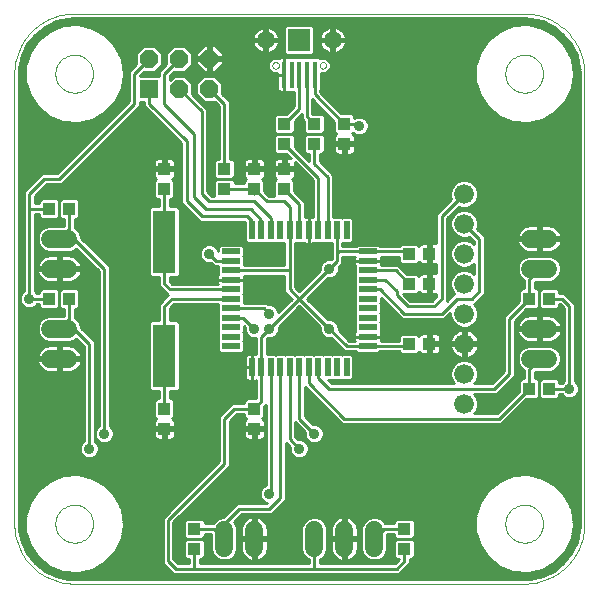
<source format=gtl>
G75*
G70*
%OFA0B0*%
%FSLAX24Y24*%
%IPPOS*%
%LPD*%
%AMOC8*
5,1,8,0,0,1.08239X$1,22.5*
%
%ADD10C,0.0000*%
%ADD11R,0.0157X0.0886*%
%ADD12C,0.0594*%
%ADD13R,0.0748X0.0748*%
%ADD14R,0.0197X0.0591*%
%ADD15R,0.0591X0.0197*%
%ADD16R,0.0760X0.2100*%
%ADD17R,0.0394X0.0433*%
%ADD18R,0.0433X0.0394*%
%ADD19R,0.0600X0.0600*%
%ADD20OC8,0.0600*%
%ADD21C,0.0594*%
%ADD22C,0.0660*%
%ADD23C,0.0100*%
%ADD24C,0.0357*%
D10*
X000655Y002655D02*
X000655Y017655D01*
X002025Y017655D02*
X002027Y017705D01*
X002033Y017755D01*
X002043Y017804D01*
X002057Y017852D01*
X002074Y017899D01*
X002095Y017944D01*
X002120Y017988D01*
X002148Y018029D01*
X002180Y018068D01*
X002214Y018105D01*
X002251Y018139D01*
X002291Y018169D01*
X002333Y018196D01*
X002377Y018220D01*
X002423Y018241D01*
X002470Y018257D01*
X002518Y018270D01*
X002568Y018279D01*
X002617Y018284D01*
X002668Y018285D01*
X002718Y018282D01*
X002767Y018275D01*
X002816Y018264D01*
X002864Y018249D01*
X002910Y018231D01*
X002955Y018209D01*
X002998Y018183D01*
X003039Y018154D01*
X003078Y018122D01*
X003114Y018087D01*
X003146Y018049D01*
X003176Y018009D01*
X003203Y017966D01*
X003226Y017922D01*
X003245Y017876D01*
X003261Y017828D01*
X003273Y017779D01*
X003281Y017730D01*
X003285Y017680D01*
X003285Y017630D01*
X003281Y017580D01*
X003273Y017531D01*
X003261Y017482D01*
X003245Y017434D01*
X003226Y017388D01*
X003203Y017344D01*
X003176Y017301D01*
X003146Y017261D01*
X003114Y017223D01*
X003078Y017188D01*
X003039Y017156D01*
X002998Y017127D01*
X002955Y017101D01*
X002910Y017079D01*
X002864Y017061D01*
X002816Y017046D01*
X002767Y017035D01*
X002718Y017028D01*
X002668Y017025D01*
X002617Y017026D01*
X002568Y017031D01*
X002518Y017040D01*
X002470Y017053D01*
X002423Y017069D01*
X002377Y017090D01*
X002333Y017114D01*
X002291Y017141D01*
X002251Y017171D01*
X002214Y017205D01*
X002180Y017242D01*
X002148Y017281D01*
X002120Y017322D01*
X002095Y017366D01*
X002074Y017411D01*
X002057Y017458D01*
X002043Y017506D01*
X002033Y017555D01*
X002027Y017605D01*
X002025Y017655D01*
X000655Y017655D02*
X000657Y017750D01*
X000664Y017845D01*
X000675Y017940D01*
X000691Y018034D01*
X000711Y018127D01*
X000736Y018218D01*
X000765Y018309D01*
X000798Y018398D01*
X000836Y018486D01*
X000877Y018571D01*
X000923Y018655D01*
X000972Y018736D01*
X001026Y018815D01*
X001083Y018891D01*
X001144Y018965D01*
X001208Y019035D01*
X001275Y019102D01*
X001345Y019166D01*
X001419Y019227D01*
X001495Y019284D01*
X001574Y019338D01*
X001655Y019387D01*
X001739Y019433D01*
X001824Y019474D01*
X001912Y019512D01*
X002001Y019545D01*
X002092Y019574D01*
X002183Y019599D01*
X002276Y019619D01*
X002370Y019635D01*
X002465Y019646D01*
X002560Y019653D01*
X002655Y019655D01*
X017655Y019655D01*
X017025Y017655D02*
X017027Y017705D01*
X017033Y017755D01*
X017043Y017804D01*
X017057Y017852D01*
X017074Y017899D01*
X017095Y017944D01*
X017120Y017988D01*
X017148Y018029D01*
X017180Y018068D01*
X017214Y018105D01*
X017251Y018139D01*
X017291Y018169D01*
X017333Y018196D01*
X017377Y018220D01*
X017423Y018241D01*
X017470Y018257D01*
X017518Y018270D01*
X017568Y018279D01*
X017617Y018284D01*
X017668Y018285D01*
X017718Y018282D01*
X017767Y018275D01*
X017816Y018264D01*
X017864Y018249D01*
X017910Y018231D01*
X017955Y018209D01*
X017998Y018183D01*
X018039Y018154D01*
X018078Y018122D01*
X018114Y018087D01*
X018146Y018049D01*
X018176Y018009D01*
X018203Y017966D01*
X018226Y017922D01*
X018245Y017876D01*
X018261Y017828D01*
X018273Y017779D01*
X018281Y017730D01*
X018285Y017680D01*
X018285Y017630D01*
X018281Y017580D01*
X018273Y017531D01*
X018261Y017482D01*
X018245Y017434D01*
X018226Y017388D01*
X018203Y017344D01*
X018176Y017301D01*
X018146Y017261D01*
X018114Y017223D01*
X018078Y017188D01*
X018039Y017156D01*
X017998Y017127D01*
X017955Y017101D01*
X017910Y017079D01*
X017864Y017061D01*
X017816Y017046D01*
X017767Y017035D01*
X017718Y017028D01*
X017668Y017025D01*
X017617Y017026D01*
X017568Y017031D01*
X017518Y017040D01*
X017470Y017053D01*
X017423Y017069D01*
X017377Y017090D01*
X017333Y017114D01*
X017291Y017141D01*
X017251Y017171D01*
X017214Y017205D01*
X017180Y017242D01*
X017148Y017281D01*
X017120Y017322D01*
X017095Y017366D01*
X017074Y017411D01*
X017057Y017458D01*
X017043Y017506D01*
X017033Y017555D01*
X017027Y017605D01*
X017025Y017655D01*
X017655Y019655D02*
X017750Y019653D01*
X017845Y019646D01*
X017940Y019635D01*
X018034Y019619D01*
X018127Y019599D01*
X018218Y019574D01*
X018309Y019545D01*
X018398Y019512D01*
X018486Y019474D01*
X018571Y019433D01*
X018655Y019387D01*
X018736Y019338D01*
X018815Y019284D01*
X018891Y019227D01*
X018965Y019166D01*
X019035Y019102D01*
X019102Y019035D01*
X019166Y018965D01*
X019227Y018891D01*
X019284Y018815D01*
X019338Y018736D01*
X019387Y018655D01*
X019433Y018571D01*
X019474Y018486D01*
X019512Y018398D01*
X019545Y018309D01*
X019574Y018218D01*
X019599Y018127D01*
X019619Y018034D01*
X019635Y017940D01*
X019646Y017845D01*
X019653Y017750D01*
X019655Y017655D01*
X019655Y002655D01*
X017025Y002655D02*
X017027Y002705D01*
X017033Y002755D01*
X017043Y002804D01*
X017057Y002852D01*
X017074Y002899D01*
X017095Y002944D01*
X017120Y002988D01*
X017148Y003029D01*
X017180Y003068D01*
X017214Y003105D01*
X017251Y003139D01*
X017291Y003169D01*
X017333Y003196D01*
X017377Y003220D01*
X017423Y003241D01*
X017470Y003257D01*
X017518Y003270D01*
X017568Y003279D01*
X017617Y003284D01*
X017668Y003285D01*
X017718Y003282D01*
X017767Y003275D01*
X017816Y003264D01*
X017864Y003249D01*
X017910Y003231D01*
X017955Y003209D01*
X017998Y003183D01*
X018039Y003154D01*
X018078Y003122D01*
X018114Y003087D01*
X018146Y003049D01*
X018176Y003009D01*
X018203Y002966D01*
X018226Y002922D01*
X018245Y002876D01*
X018261Y002828D01*
X018273Y002779D01*
X018281Y002730D01*
X018285Y002680D01*
X018285Y002630D01*
X018281Y002580D01*
X018273Y002531D01*
X018261Y002482D01*
X018245Y002434D01*
X018226Y002388D01*
X018203Y002344D01*
X018176Y002301D01*
X018146Y002261D01*
X018114Y002223D01*
X018078Y002188D01*
X018039Y002156D01*
X017998Y002127D01*
X017955Y002101D01*
X017910Y002079D01*
X017864Y002061D01*
X017816Y002046D01*
X017767Y002035D01*
X017718Y002028D01*
X017668Y002025D01*
X017617Y002026D01*
X017568Y002031D01*
X017518Y002040D01*
X017470Y002053D01*
X017423Y002069D01*
X017377Y002090D01*
X017333Y002114D01*
X017291Y002141D01*
X017251Y002171D01*
X017214Y002205D01*
X017180Y002242D01*
X017148Y002281D01*
X017120Y002322D01*
X017095Y002366D01*
X017074Y002411D01*
X017057Y002458D01*
X017043Y002506D01*
X017033Y002555D01*
X017027Y002605D01*
X017025Y002655D01*
X017655Y000655D02*
X017750Y000657D01*
X017845Y000664D01*
X017940Y000675D01*
X018034Y000691D01*
X018127Y000711D01*
X018218Y000736D01*
X018309Y000765D01*
X018398Y000798D01*
X018486Y000836D01*
X018571Y000877D01*
X018655Y000923D01*
X018736Y000972D01*
X018815Y001026D01*
X018891Y001083D01*
X018965Y001144D01*
X019035Y001208D01*
X019102Y001275D01*
X019166Y001345D01*
X019227Y001419D01*
X019284Y001495D01*
X019338Y001574D01*
X019387Y001655D01*
X019433Y001739D01*
X019474Y001824D01*
X019512Y001912D01*
X019545Y002001D01*
X019574Y002092D01*
X019599Y002183D01*
X019619Y002276D01*
X019635Y002370D01*
X019646Y002465D01*
X019653Y002560D01*
X019655Y002655D01*
X017655Y000655D02*
X002655Y000655D01*
X002025Y002655D02*
X002027Y002705D01*
X002033Y002755D01*
X002043Y002804D01*
X002057Y002852D01*
X002074Y002899D01*
X002095Y002944D01*
X002120Y002988D01*
X002148Y003029D01*
X002180Y003068D01*
X002214Y003105D01*
X002251Y003139D01*
X002291Y003169D01*
X002333Y003196D01*
X002377Y003220D01*
X002423Y003241D01*
X002470Y003257D01*
X002518Y003270D01*
X002568Y003279D01*
X002617Y003284D01*
X002668Y003285D01*
X002718Y003282D01*
X002767Y003275D01*
X002816Y003264D01*
X002864Y003249D01*
X002910Y003231D01*
X002955Y003209D01*
X002998Y003183D01*
X003039Y003154D01*
X003078Y003122D01*
X003114Y003087D01*
X003146Y003049D01*
X003176Y003009D01*
X003203Y002966D01*
X003226Y002922D01*
X003245Y002876D01*
X003261Y002828D01*
X003273Y002779D01*
X003281Y002730D01*
X003285Y002680D01*
X003285Y002630D01*
X003281Y002580D01*
X003273Y002531D01*
X003261Y002482D01*
X003245Y002434D01*
X003226Y002388D01*
X003203Y002344D01*
X003176Y002301D01*
X003146Y002261D01*
X003114Y002223D01*
X003078Y002188D01*
X003039Y002156D01*
X002998Y002127D01*
X002955Y002101D01*
X002910Y002079D01*
X002864Y002061D01*
X002816Y002046D01*
X002767Y002035D01*
X002718Y002028D01*
X002668Y002025D01*
X002617Y002026D01*
X002568Y002031D01*
X002518Y002040D01*
X002470Y002053D01*
X002423Y002069D01*
X002377Y002090D01*
X002333Y002114D01*
X002291Y002141D01*
X002251Y002171D01*
X002214Y002205D01*
X002180Y002242D01*
X002148Y002281D01*
X002120Y002322D01*
X002095Y002366D01*
X002074Y002411D01*
X002057Y002458D01*
X002043Y002506D01*
X002033Y002555D01*
X002027Y002605D01*
X002025Y002655D01*
X000655Y002655D02*
X000657Y002560D01*
X000664Y002465D01*
X000675Y002370D01*
X000691Y002276D01*
X000711Y002183D01*
X000736Y002092D01*
X000765Y002001D01*
X000798Y001912D01*
X000836Y001824D01*
X000877Y001739D01*
X000923Y001655D01*
X000972Y001574D01*
X001026Y001495D01*
X001083Y001419D01*
X001144Y001345D01*
X001208Y001275D01*
X001275Y001208D01*
X001345Y001144D01*
X001419Y001083D01*
X001495Y001026D01*
X001574Y000972D01*
X001655Y000923D01*
X001739Y000877D01*
X001824Y000836D01*
X001912Y000798D01*
X002001Y000765D01*
X002092Y000736D01*
X002183Y000711D01*
X002276Y000691D01*
X002370Y000675D01*
X002465Y000664D01*
X002560Y000657D01*
X002655Y000655D01*
X009260Y017934D02*
X009262Y017954D01*
X009268Y017974D01*
X009277Y017992D01*
X009290Y018009D01*
X009305Y018022D01*
X009323Y018032D01*
X009343Y018039D01*
X009363Y018042D01*
X009383Y018041D01*
X009403Y018036D01*
X009422Y018028D01*
X009439Y018016D01*
X009453Y018001D01*
X009464Y017983D01*
X009472Y017964D01*
X009476Y017944D01*
X009476Y017924D01*
X009472Y017904D01*
X009464Y017885D01*
X009453Y017867D01*
X009439Y017852D01*
X009422Y017840D01*
X009403Y017832D01*
X009383Y017827D01*
X009363Y017826D01*
X009343Y017829D01*
X009323Y017836D01*
X009305Y017846D01*
X009290Y017859D01*
X009277Y017876D01*
X009268Y017894D01*
X009262Y017914D01*
X009260Y017934D01*
X010835Y017934D02*
X010837Y017954D01*
X010843Y017974D01*
X010852Y017992D01*
X010865Y018009D01*
X010880Y018022D01*
X010898Y018032D01*
X010918Y018039D01*
X010938Y018042D01*
X010958Y018041D01*
X010978Y018036D01*
X010997Y018028D01*
X011014Y018016D01*
X011028Y018001D01*
X011039Y017983D01*
X011047Y017964D01*
X011051Y017944D01*
X011051Y017924D01*
X011047Y017904D01*
X011039Y017885D01*
X011028Y017867D01*
X011014Y017852D01*
X010997Y017840D01*
X010978Y017832D01*
X010958Y017827D01*
X010938Y017826D01*
X010918Y017829D01*
X010898Y017836D01*
X010880Y017846D01*
X010865Y017859D01*
X010852Y017876D01*
X010843Y017894D01*
X010837Y017914D01*
X010835Y017934D01*
D11*
X010667Y017629D03*
X010411Y017629D03*
X010155Y017629D03*
X009899Y017629D03*
X009643Y017629D03*
D12*
X009043Y018780D03*
X011267Y018780D03*
D13*
X010155Y018780D03*
D14*
X010155Y012439D03*
X010470Y012439D03*
X010785Y012439D03*
X011100Y012439D03*
X011415Y012439D03*
X011730Y012439D03*
X009840Y012439D03*
X009525Y012439D03*
X009210Y012439D03*
X008895Y012439D03*
X008580Y012439D03*
X008580Y007872D03*
X008895Y007872D03*
X009210Y007872D03*
X009525Y007872D03*
X009840Y007872D03*
X010155Y007872D03*
X010470Y007872D03*
X010785Y007872D03*
X011100Y007872D03*
X011415Y007872D03*
X011730Y007872D03*
D15*
X012439Y008580D03*
X012439Y008895D03*
X012439Y009210D03*
X012439Y009525D03*
X012439Y009840D03*
X012439Y010155D03*
X012439Y010470D03*
X012439Y010785D03*
X012439Y011100D03*
X012439Y011415D03*
X012439Y011730D03*
X007872Y011730D03*
X007872Y011415D03*
X007872Y011100D03*
X007872Y010785D03*
X007872Y010470D03*
X007872Y010155D03*
X007872Y009840D03*
X007872Y009525D03*
X007872Y009210D03*
X007872Y008895D03*
X007872Y008580D03*
D16*
X005655Y008255D03*
X005655Y012055D03*
D17*
X005655Y013820D03*
X005655Y014490D03*
X008655Y014490D03*
X008655Y013820D03*
X009655Y013820D03*
X009655Y014490D03*
X011655Y015320D03*
X011655Y015990D03*
X017820Y010155D03*
X018490Y010155D03*
X018490Y007155D03*
X017820Y007155D03*
X008655Y006490D03*
X008655Y005820D03*
X005655Y005820D03*
X005655Y006490D03*
X002490Y010155D03*
X001820Y010155D03*
X001820Y013155D03*
X002490Y013155D03*
D18*
X007655Y013820D03*
X007655Y014490D03*
X009655Y015320D03*
X009655Y015990D03*
X010655Y015990D03*
X010655Y015320D03*
X013820Y011655D03*
X014490Y011655D03*
X014490Y010655D03*
X013820Y010655D03*
X013820Y008655D03*
X014490Y008655D03*
X013655Y002490D03*
X013655Y001820D03*
X006655Y001820D03*
X006655Y002490D03*
D19*
X005155Y017155D03*
D20*
X005155Y018155D03*
X006155Y018155D03*
X006155Y017155D03*
X007155Y017155D03*
X007155Y018155D03*
D21*
X002452Y012155D02*
X001858Y012155D01*
X001858Y011155D02*
X002452Y011155D01*
X002452Y009155D02*
X001858Y009155D01*
X001858Y008155D02*
X002452Y008155D01*
X007655Y002452D02*
X007655Y001858D01*
X008655Y001858D02*
X008655Y002452D01*
X010655Y002452D02*
X010655Y001858D01*
X011655Y001858D02*
X011655Y002452D01*
X012655Y002452D02*
X012655Y001858D01*
X017858Y008155D02*
X018452Y008155D01*
X018452Y009155D02*
X017858Y009155D01*
X017858Y011155D02*
X018452Y011155D01*
X018452Y012155D02*
X017858Y012155D01*
D22*
X015655Y011655D03*
X015655Y010655D03*
X015655Y009655D03*
X015655Y008655D03*
X015655Y007655D03*
X015655Y006655D03*
X015655Y012655D03*
X015655Y013655D03*
D23*
X001089Y001671D02*
X001347Y001347D01*
X001671Y001089D01*
X002044Y000909D01*
X002448Y000817D01*
X002655Y000805D01*
X017655Y000805D01*
X017862Y000817D01*
X018266Y000909D01*
X018639Y001089D01*
X018963Y001347D01*
X019222Y001671D01*
X019401Y002044D01*
X019494Y002448D01*
X019505Y002655D01*
X019505Y017593D01*
X019505Y017623D01*
X019505Y017655D01*
X019494Y017862D01*
X019401Y018266D01*
X019222Y018639D01*
X018963Y018963D01*
X018639Y019222D01*
X018266Y019401D01*
X017862Y019494D01*
X017655Y019505D01*
X002717Y019505D01*
X002702Y019505D01*
X002655Y019505D01*
X002448Y019494D01*
X002044Y019401D01*
X001671Y019222D01*
X001347Y018963D01*
X001089Y018639D01*
X000909Y018266D01*
X000817Y017862D01*
X000805Y017655D01*
X000805Y002717D01*
X000805Y002707D01*
X000805Y002655D01*
X000817Y002448D01*
X000909Y002044D01*
X001089Y001671D01*
X001113Y001641D02*
X001372Y001641D01*
X001305Y001739D02*
X001056Y001739D01*
X001008Y001838D02*
X001238Y001838D01*
X001171Y001936D02*
X000961Y001936D01*
X000913Y002035D02*
X001139Y002035D01*
X001169Y001939D02*
X001169Y001939D01*
X001446Y001533D01*
X001830Y001226D01*
X002288Y001046D01*
X002778Y001010D01*
X003258Y001119D01*
X003684Y001365D01*
X004018Y001726D01*
X004232Y002169D01*
X004305Y002655D01*
X004232Y003141D01*
X004232Y003141D01*
X004018Y003585D01*
X003684Y003945D01*
X003258Y004191D01*
X003258Y004191D01*
X002778Y004300D01*
X002288Y004264D01*
X001830Y004084D01*
X001446Y003777D01*
X001169Y003371D01*
X001024Y002901D01*
X001024Y002409D01*
X001169Y001939D01*
X001109Y002133D02*
X000889Y002133D01*
X000866Y002232D02*
X001078Y002232D01*
X001048Y002330D02*
X000844Y002330D01*
X000821Y002429D02*
X001024Y002429D01*
X001024Y002409D02*
X001024Y002409D01*
X001024Y002527D02*
X000812Y002527D01*
X000807Y002626D02*
X001024Y002626D01*
X001024Y002725D02*
X000805Y002725D01*
X000805Y002823D02*
X001024Y002823D01*
X001024Y002901D02*
X001024Y002901D01*
X001030Y002922D02*
X000805Y002922D01*
X000805Y003020D02*
X001060Y003020D01*
X001091Y003119D02*
X000805Y003119D01*
X000805Y003217D02*
X001121Y003217D01*
X001151Y003316D02*
X000805Y003316D01*
X000805Y003414D02*
X001198Y003414D01*
X001169Y003371D02*
X001169Y003371D01*
X001265Y003513D02*
X000805Y003513D01*
X000805Y003611D02*
X001332Y003611D01*
X001400Y003710D02*
X000805Y003710D01*
X000805Y003809D02*
X001485Y003809D01*
X001446Y003777D02*
X001446Y003777D01*
X001608Y003907D02*
X000805Y003907D01*
X000805Y004006D02*
X001732Y004006D01*
X001830Y004084D02*
X001830Y004084D01*
X001881Y004104D02*
X000805Y004104D01*
X000805Y004203D02*
X002132Y004203D01*
X002288Y004264D02*
X002288Y004264D01*
X002778Y004300D02*
X002778Y004300D01*
X003207Y004203D02*
X006948Y004203D01*
X007047Y004301D02*
X000805Y004301D01*
X000805Y004400D02*
X007145Y004400D01*
X007244Y004498D02*
X000805Y004498D01*
X000805Y004597D02*
X007342Y004597D01*
X007441Y004695D02*
X000805Y004695D01*
X000805Y004794D02*
X007475Y004794D01*
X007475Y004730D02*
X005600Y002855D01*
X005600Y002706D01*
X005600Y001331D01*
X005706Y001225D01*
X005956Y000975D01*
X006105Y000975D01*
X006581Y000975D01*
X010730Y000975D01*
X013480Y000975D01*
X013585Y001081D01*
X013835Y001331D01*
X013835Y001480D01*
X013835Y001494D01*
X013925Y001494D01*
X014002Y001570D01*
X014002Y002071D01*
X013925Y002147D01*
X013385Y002147D01*
X013309Y002071D01*
X013309Y001570D01*
X013385Y001494D01*
X013475Y001494D01*
X013475Y001480D01*
X013331Y001335D01*
X010835Y001335D01*
X010835Y001471D01*
X010897Y001496D01*
X011017Y001616D01*
X011082Y001773D01*
X011082Y002537D01*
X011017Y002694D01*
X010897Y002814D01*
X010740Y002879D01*
X010570Y002879D01*
X010413Y002814D01*
X010293Y002694D01*
X010228Y002537D01*
X010228Y001773D01*
X010293Y001616D01*
X010413Y001496D01*
X010475Y001471D01*
X010475Y001335D01*
X006835Y001335D01*
X006835Y001494D01*
X006925Y001494D01*
X007002Y001570D01*
X007002Y002071D01*
X006925Y002147D01*
X006385Y002147D01*
X006309Y002071D01*
X006309Y001570D01*
X006385Y001494D01*
X006475Y001494D01*
X006475Y001335D01*
X006105Y001335D01*
X005960Y001480D01*
X005960Y002706D01*
X007730Y004475D01*
X007835Y004581D01*
X007835Y006081D01*
X008064Y006310D01*
X008328Y006310D01*
X008328Y006219D01*
X008382Y006166D01*
X008366Y006157D01*
X008338Y006129D01*
X008319Y006095D01*
X008308Y006057D01*
X008308Y005869D01*
X008606Y005869D01*
X008606Y005772D01*
X008308Y005772D01*
X008308Y005584D01*
X008319Y005546D01*
X008338Y005512D01*
X008366Y005484D01*
X008400Y005464D01*
X008439Y005454D01*
X008607Y005454D01*
X008607Y005772D01*
X008704Y005772D01*
X008704Y005869D01*
X009002Y005869D01*
X009002Y006057D01*
X008992Y006095D01*
X008972Y006129D01*
X008944Y006157D01*
X008929Y006166D01*
X008982Y006219D01*
X008982Y006562D01*
X009030Y006610D01*
X009030Y003937D01*
X008980Y003917D01*
X008894Y003830D01*
X008847Y003716D01*
X008847Y003594D01*
X008894Y003480D01*
X008980Y003394D01*
X009093Y003347D01*
X009081Y003335D01*
X008230Y003335D01*
X008081Y003335D01*
X007624Y002879D01*
X007570Y002879D01*
X007413Y002814D01*
X007293Y002694D01*
X007283Y002670D01*
X007246Y002670D01*
X007002Y002670D01*
X007002Y002740D01*
X006925Y002817D01*
X006385Y002817D01*
X006309Y002740D01*
X006309Y002239D01*
X006385Y002163D01*
X006925Y002163D01*
X007002Y002239D01*
X007002Y002310D01*
X007228Y002310D01*
X007228Y001773D01*
X007293Y001616D01*
X007413Y001496D01*
X007570Y001431D01*
X007740Y001431D01*
X007897Y001496D01*
X008017Y001616D01*
X008082Y001773D01*
X008082Y002537D01*
X008017Y002694D01*
X007983Y002728D01*
X008230Y002975D01*
X009230Y002975D01*
X009335Y003081D01*
X009600Y003345D01*
X009705Y003451D01*
X009705Y005351D01*
X009847Y005209D01*
X009847Y005094D01*
X009894Y004980D01*
X009980Y004894D01*
X010094Y004847D01*
X010216Y004847D01*
X010330Y004894D01*
X010417Y004980D01*
X010464Y005094D01*
X010464Y005216D01*
X010417Y005330D01*
X010330Y005417D01*
X010216Y005464D01*
X010101Y005464D01*
X010020Y005545D01*
X010020Y006036D01*
X010347Y005709D01*
X010347Y005594D01*
X010394Y005480D01*
X010480Y005394D01*
X010594Y005347D01*
X010716Y005347D01*
X010830Y005394D01*
X010917Y005480D01*
X010964Y005594D01*
X010964Y005716D01*
X010917Y005830D01*
X010830Y005917D01*
X010716Y005964D01*
X010601Y005964D01*
X010335Y006230D01*
X010335Y007221D01*
X011475Y006081D01*
X011581Y005975D01*
X016746Y005975D01*
X016895Y005975D01*
X017728Y006809D01*
X018071Y006809D01*
X018147Y006885D01*
X018147Y007425D01*
X018071Y007502D01*
X018000Y007502D01*
X018000Y007728D01*
X018537Y007728D01*
X018694Y007793D01*
X018814Y007913D01*
X018879Y008070D01*
X018879Y008240D01*
X018814Y008397D01*
X018694Y008517D01*
X018537Y008582D01*
X017773Y008582D01*
X017616Y008517D01*
X017496Y008397D01*
X017431Y008240D01*
X017431Y008070D01*
X017496Y007913D01*
X017616Y007793D01*
X017640Y007783D01*
X017640Y007746D01*
X017640Y007502D01*
X017570Y007502D01*
X017494Y007425D01*
X017494Y007083D01*
X016746Y006335D01*
X015986Y006335D01*
X016045Y006395D01*
X016115Y006564D01*
X016115Y006747D01*
X016045Y006916D01*
X015986Y006975D01*
X016581Y006975D01*
X016730Y006975D01*
X017230Y007475D01*
X017335Y007581D01*
X017335Y009415D01*
X017728Y009809D01*
X018071Y009809D01*
X018147Y009885D01*
X018147Y010425D01*
X018071Y010502D01*
X018000Y010502D01*
X018000Y010728D01*
X018537Y010728D01*
X018694Y010793D01*
X018814Y010913D01*
X018879Y011070D01*
X018879Y011240D01*
X018814Y011397D01*
X018694Y011517D01*
X018537Y011582D01*
X017773Y011582D01*
X017616Y011517D01*
X017496Y011397D01*
X017431Y011240D01*
X017431Y011070D01*
X017496Y010913D01*
X017616Y010793D01*
X017640Y010783D01*
X017640Y010746D01*
X017640Y010502D01*
X017570Y010502D01*
X017494Y010425D01*
X017494Y010083D01*
X016975Y009564D01*
X016975Y009415D01*
X016975Y007730D01*
X016581Y007335D01*
X015986Y007335D01*
X016045Y007395D01*
X016115Y007564D01*
X016115Y007747D01*
X016045Y007916D01*
X015916Y008045D01*
X015747Y008115D01*
X015564Y008115D01*
X015395Y008045D01*
X015265Y007916D01*
X015195Y007747D01*
X015195Y007564D01*
X015265Y007395D01*
X015325Y007335D01*
X011230Y007335D01*
X011118Y007446D01*
X011252Y007446D01*
X011257Y007452D01*
X011263Y007446D01*
X011567Y007446D01*
X011572Y007452D01*
X011578Y007446D01*
X011882Y007446D01*
X011958Y007523D01*
X011958Y008221D01*
X011882Y008297D01*
X011578Y008297D01*
X011572Y008292D01*
X011567Y008297D01*
X011263Y008297D01*
X011257Y008292D01*
X011252Y008297D01*
X010948Y008297D01*
X010942Y008292D01*
X010937Y008297D01*
X010633Y008297D01*
X010628Y008292D01*
X010622Y008297D01*
X010318Y008297D01*
X010313Y008292D01*
X010307Y008297D01*
X010003Y008297D01*
X009998Y008292D01*
X009992Y008297D01*
X009688Y008297D01*
X009683Y008292D01*
X009677Y008297D01*
X009373Y008297D01*
X009368Y008292D01*
X009362Y008297D01*
X009075Y008297D01*
X009075Y008821D01*
X009101Y008847D01*
X009216Y008847D01*
X009330Y008894D01*
X009417Y008980D01*
X009464Y009094D01*
X009464Y009209D01*
X010155Y009901D01*
X010847Y009209D01*
X010847Y009094D01*
X010894Y008980D01*
X010980Y008894D01*
X011094Y008847D01*
X011209Y008847D01*
X011655Y008400D01*
X011804Y008400D01*
X012041Y008400D01*
X012089Y008352D01*
X012788Y008352D01*
X012836Y008400D01*
X013478Y008400D01*
X013550Y008328D01*
X014091Y008328D01*
X014144Y008382D01*
X014153Y008366D01*
X014181Y008338D01*
X014215Y008319D01*
X014253Y008308D01*
X014441Y008308D01*
X014441Y008606D01*
X014538Y008606D01*
X014538Y008308D01*
X014726Y008308D01*
X014764Y008319D01*
X014798Y008338D01*
X014826Y008366D01*
X014846Y008400D01*
X014856Y008439D01*
X014856Y008607D01*
X014538Y008607D01*
X014538Y008704D01*
X014441Y008704D01*
X014441Y009002D01*
X014253Y009002D01*
X014215Y008992D01*
X014181Y008972D01*
X014153Y008944D01*
X014144Y008929D01*
X014091Y008982D01*
X013550Y008982D01*
X013474Y008906D01*
X013474Y008760D01*
X012879Y008760D01*
X012884Y008777D01*
X012884Y008895D01*
X012439Y008895D01*
X012439Y008895D01*
X012884Y008895D01*
X012884Y009013D01*
X012874Y009052D01*
X012864Y009069D01*
X012864Y009362D01*
X012859Y009368D01*
X012864Y009373D01*
X012864Y009677D01*
X012859Y009683D01*
X012864Y009688D01*
X012864Y009992D01*
X012859Y009998D01*
X012864Y010003D01*
X012864Y010192D01*
X013475Y009581D01*
X013581Y009475D01*
X014831Y009475D01*
X014980Y009475D01*
X015195Y009691D01*
X015195Y009564D01*
X015265Y009395D01*
X015395Y009265D01*
X015564Y009195D01*
X015747Y009195D01*
X015916Y009265D01*
X016045Y009395D01*
X016115Y009564D01*
X016115Y009747D01*
X016045Y009916D01*
X015983Y009978D01*
X016230Y010225D01*
X016335Y010331D01*
X016335Y012081D01*
X016335Y012230D01*
X016082Y012483D01*
X016115Y012564D01*
X016115Y012747D01*
X016045Y012916D01*
X015916Y013045D01*
X015747Y013115D01*
X015564Y013115D01*
X015395Y013045D01*
X015265Y012916D01*
X015195Y012747D01*
X015195Y012564D01*
X015265Y012395D01*
X015395Y012265D01*
X015564Y012195D01*
X015747Y012195D01*
X015827Y012229D01*
X015975Y012081D01*
X015975Y011986D01*
X015916Y012045D01*
X015747Y012115D01*
X015564Y012115D01*
X015395Y012045D01*
X015265Y011916D01*
X015195Y011747D01*
X015195Y011564D01*
X015265Y011395D01*
X015395Y011265D01*
X015564Y011195D01*
X015747Y011195D01*
X015916Y011265D01*
X015975Y011325D01*
X015975Y010986D01*
X015916Y011045D01*
X015747Y011115D01*
X015564Y011115D01*
X015395Y011045D01*
X015265Y010916D01*
X015195Y010747D01*
X015195Y010564D01*
X015265Y010395D01*
X015328Y010332D01*
X015225Y010230D01*
X015085Y010090D01*
X015085Y012831D01*
X015483Y013229D01*
X015564Y013195D01*
X015747Y013195D01*
X015916Y013265D01*
X016045Y013395D01*
X016115Y013564D01*
X019505Y013564D01*
X019505Y013466D02*
X016075Y013466D01*
X016115Y013564D02*
X016115Y013747D01*
X016045Y013916D01*
X015916Y014045D01*
X015747Y014115D01*
X015564Y014115D01*
X015395Y014045D01*
X015265Y013916D01*
X015195Y013747D01*
X015195Y013564D01*
X011280Y013564D01*
X011280Y013466D02*
X015211Y013466D01*
X015229Y013483D02*
X014725Y012980D01*
X014725Y012831D01*
X014725Y012002D01*
X014538Y012002D01*
X014538Y011704D01*
X014441Y011704D01*
X014441Y012002D01*
X014253Y012002D01*
X014215Y011992D01*
X014181Y011972D01*
X014153Y011944D01*
X014144Y011929D01*
X014091Y011982D01*
X013550Y011982D01*
X013478Y011910D01*
X012836Y011910D01*
X012788Y011958D01*
X012089Y011958D01*
X012041Y011910D01*
X011595Y011910D01*
X011595Y012013D01*
X011882Y012013D01*
X011958Y012089D01*
X011958Y012788D01*
X011882Y012864D01*
X011578Y012864D01*
X011572Y012859D01*
X011567Y012864D01*
X011280Y012864D01*
X011280Y014136D01*
X011280Y014285D01*
X010835Y014730D01*
X010835Y014994D01*
X010925Y014994D01*
X011002Y015070D01*
X011002Y015571D01*
X010925Y015647D01*
X010385Y015647D01*
X010309Y015571D01*
X010309Y015070D01*
X010385Y014994D01*
X010475Y014994D01*
X010475Y014755D01*
X010002Y015228D01*
X010002Y015571D01*
X009925Y015647D01*
X009385Y015647D01*
X009309Y015571D01*
X009309Y015070D01*
X009385Y014994D01*
X009727Y014994D01*
X009865Y014856D01*
X009704Y014856D01*
X009704Y014538D01*
X010002Y014538D01*
X010002Y014719D01*
X010605Y014116D01*
X010605Y012879D01*
X010588Y012884D01*
X010470Y012884D01*
X010352Y012884D01*
X010335Y012879D01*
X010335Y013246D01*
X010335Y013395D01*
X009982Y013748D01*
X009982Y014091D01*
X009928Y014144D01*
X009944Y014153D01*
X009972Y014181D01*
X009992Y014215D01*
X010002Y014253D01*
X010002Y014441D01*
X009704Y014441D01*
X009704Y014538D01*
X009607Y014538D01*
X009607Y014856D01*
X009439Y014856D01*
X009400Y014846D01*
X009366Y014826D01*
X009338Y014798D01*
X009319Y014764D01*
X009308Y014726D01*
X009308Y014538D01*
X009606Y014538D01*
X009606Y014441D01*
X009308Y014441D01*
X009308Y014253D01*
X009319Y014215D01*
X009338Y014181D01*
X009366Y014153D01*
X009382Y014144D01*
X009328Y014091D01*
X009328Y013585D01*
X009145Y013585D01*
X008982Y013748D01*
X008982Y014091D01*
X008929Y014144D01*
X008944Y014153D01*
X008972Y014181D01*
X008992Y014215D01*
X009002Y014253D01*
X009002Y014441D01*
X008704Y014441D01*
X008704Y014538D01*
X009002Y014538D01*
X009002Y014726D01*
X008992Y014764D01*
X008972Y014798D01*
X008944Y014826D01*
X008910Y014846D01*
X008872Y014856D01*
X008704Y014856D01*
X008704Y014538D01*
X008607Y014538D01*
X008607Y014856D01*
X008439Y014856D01*
X008400Y014846D01*
X008366Y014826D01*
X008338Y014798D01*
X008319Y014764D01*
X008308Y014726D01*
X008308Y014538D01*
X008606Y014538D01*
X008606Y014441D01*
X008308Y014441D01*
X008308Y014253D01*
X008319Y014215D01*
X008338Y014181D01*
X008366Y014153D01*
X008382Y014144D01*
X008328Y014091D01*
X008328Y014000D01*
X008002Y014000D01*
X008002Y014071D01*
X007925Y014147D01*
X007385Y014147D01*
X007309Y014071D01*
X007309Y013585D01*
X007230Y013585D01*
X007085Y013730D01*
X007085Y016331D01*
X007085Y016480D01*
X006585Y016980D01*
X006585Y017333D01*
X006333Y017585D01*
X005977Y017585D01*
X005835Y017443D01*
X005835Y017581D01*
X005980Y017725D01*
X006333Y017725D01*
X006585Y017977D01*
X006585Y018333D01*
X006333Y018585D01*
X005977Y018585D01*
X005725Y018333D01*
X005725Y017980D01*
X005475Y017730D01*
X005475Y017585D01*
X004840Y017585D01*
X004980Y017725D01*
X005333Y017725D01*
X005585Y017977D01*
X005585Y018333D01*
X005333Y018585D01*
X004977Y018585D01*
X004725Y018333D01*
X004725Y017980D01*
X004581Y017835D01*
X004475Y017730D01*
X004475Y016730D01*
X002081Y014335D01*
X001730Y014335D01*
X001581Y014335D01*
X001081Y013835D01*
X000975Y013730D01*
X000975Y013230D01*
X000975Y013081D01*
X000975Y010411D01*
X000805Y010411D01*
X000805Y010509D02*
X000975Y010509D01*
X000975Y010411D02*
X000894Y010330D01*
X000847Y010216D01*
X000847Y010094D01*
X000894Y009980D01*
X000980Y009894D01*
X001094Y009847D01*
X001216Y009847D01*
X001330Y009894D01*
X001411Y009975D01*
X001494Y009975D01*
X001494Y009885D01*
X001570Y009809D01*
X002071Y009809D01*
X002147Y009885D01*
X002147Y010425D01*
X002071Y010502D01*
X001570Y010502D01*
X001494Y010425D01*
X001494Y010335D01*
X001411Y010335D01*
X001335Y010411D01*
X001335Y012975D01*
X001494Y012975D01*
X001494Y012885D01*
X001570Y012809D01*
X002071Y012809D01*
X002147Y012885D01*
X002147Y013425D01*
X002071Y013502D01*
X001570Y013502D01*
X001494Y013425D01*
X001494Y013335D01*
X001335Y013335D01*
X001335Y013581D01*
X001730Y013975D01*
X002230Y013975D01*
X002335Y014081D01*
X004835Y016581D01*
X004835Y016725D01*
X004975Y016725D01*
X004975Y016581D01*
X005081Y016475D01*
X006225Y015331D01*
X006225Y013331D01*
X006331Y013225D01*
X006831Y012725D01*
X006980Y012725D01*
X008331Y012725D01*
X008352Y012704D01*
X008352Y012089D01*
X008428Y012013D01*
X008733Y012013D01*
X008738Y012019D01*
X008743Y012013D01*
X009048Y012013D01*
X009053Y012019D01*
X009058Y012013D01*
X009362Y012013D01*
X009368Y012019D01*
X009373Y012013D01*
X009660Y012013D01*
X009660Y011280D01*
X008297Y011280D01*
X008297Y011567D01*
X008292Y011572D01*
X008297Y011578D01*
X008297Y011882D01*
X008221Y011958D01*
X007523Y011958D01*
X007446Y011882D01*
X007446Y011758D01*
X007417Y011830D01*
X007330Y011917D01*
X007216Y011964D01*
X007094Y011964D01*
X006980Y011917D01*
X006894Y011830D01*
X006847Y011716D01*
X006847Y011594D01*
X006894Y011480D01*
X006980Y011394D01*
X007094Y011347D01*
X007209Y011347D01*
X007321Y011235D01*
X007446Y011235D01*
X007446Y010958D01*
X007437Y010941D01*
X007426Y010903D01*
X007426Y010785D01*
X007426Y010667D01*
X007431Y010650D01*
X005915Y010650D01*
X005835Y010730D01*
X005835Y010875D01*
X006089Y010875D01*
X006165Y010951D01*
X006165Y013159D01*
X006089Y013235D01*
X005835Y013235D01*
X005835Y013474D01*
X005906Y013474D01*
X005982Y013550D01*
X005982Y014091D01*
X005929Y014144D01*
X005944Y014153D01*
X005972Y014181D01*
X005992Y014215D01*
X006002Y014253D01*
X006002Y014441D01*
X005704Y014441D01*
X005704Y014538D01*
X006002Y014538D01*
X006002Y014726D01*
X005992Y014764D01*
X005972Y014798D01*
X005944Y014826D01*
X005910Y014846D01*
X005872Y014856D01*
X005704Y014856D01*
X005704Y014538D01*
X005607Y014538D01*
X005607Y014856D01*
X005439Y014856D01*
X005400Y014846D01*
X005366Y014826D01*
X005338Y014798D01*
X005319Y014764D01*
X005308Y014726D01*
X005308Y014538D01*
X005606Y014538D01*
X005606Y014441D01*
X005308Y014441D01*
X005308Y014253D01*
X005319Y014215D01*
X005338Y014181D01*
X005366Y014153D01*
X005382Y014144D01*
X005328Y014091D01*
X005328Y013550D01*
X005404Y013474D01*
X005475Y013474D01*
X005475Y013235D01*
X005221Y013235D01*
X005145Y013159D01*
X005145Y010951D01*
X005221Y010875D01*
X005475Y010875D01*
X005475Y010581D01*
X005581Y010475D01*
X005766Y010290D01*
X005786Y010290D01*
X005725Y010230D01*
X005725Y010230D01*
X005581Y010085D01*
X005581Y010085D01*
X005475Y009980D01*
X005475Y009435D01*
X005221Y009435D01*
X005145Y009359D01*
X005145Y007151D01*
X005221Y007075D01*
X005475Y007075D01*
X005475Y006836D01*
X005404Y006836D01*
X005328Y006760D01*
X005328Y006219D01*
X005382Y006166D01*
X005366Y006157D01*
X005338Y006129D01*
X005319Y006095D01*
X005308Y006057D01*
X005308Y005869D01*
X005606Y005869D01*
X005606Y005772D01*
X005308Y005772D01*
X005308Y005584D01*
X005319Y005546D01*
X005338Y005512D01*
X005366Y005484D01*
X005400Y005464D01*
X005439Y005454D01*
X005607Y005454D01*
X005607Y005772D01*
X005704Y005772D01*
X005704Y005869D01*
X006002Y005869D01*
X006002Y006057D01*
X005992Y006095D01*
X005972Y006129D01*
X005944Y006157D01*
X005929Y006166D01*
X005982Y006219D01*
X005982Y006760D01*
X005906Y006836D01*
X005835Y006836D01*
X005835Y007075D01*
X006089Y007075D01*
X006165Y007151D01*
X006165Y009359D01*
X006089Y009435D01*
X005835Y009435D01*
X005835Y009831D01*
X005980Y009975D01*
X007446Y009975D01*
X007446Y009688D01*
X007452Y009683D01*
X007446Y009677D01*
X007446Y009373D01*
X007452Y009368D01*
X007446Y009362D01*
X007446Y009058D01*
X007452Y009053D01*
X007446Y009048D01*
X007446Y008743D01*
X007452Y008738D01*
X007446Y008733D01*
X007446Y008428D01*
X007523Y008352D01*
X008221Y008352D01*
X008297Y008428D01*
X008297Y008733D01*
X008292Y008738D01*
X008297Y008743D01*
X008297Y009048D01*
X008292Y009053D01*
X008297Y009058D01*
X008297Y009259D01*
X008347Y009209D01*
X008347Y009094D01*
X008394Y008980D01*
X008480Y008894D01*
X008594Y008847D01*
X008715Y008847D01*
X008715Y008821D01*
X008715Y008312D01*
X008698Y008317D01*
X008580Y008317D01*
X008462Y008317D01*
X008424Y008307D01*
X008390Y008287D01*
X008362Y008259D01*
X008342Y008225D01*
X008332Y008187D01*
X008332Y007872D01*
X008580Y007872D01*
X008580Y008317D01*
X008580Y007872D01*
X008580Y007872D01*
X008580Y007871D01*
X008580Y007871D01*
X008580Y007426D01*
X008462Y007426D01*
X008424Y007437D01*
X008390Y007456D01*
X008362Y007484D01*
X008342Y007518D01*
X008332Y007557D01*
X008332Y007871D01*
X008580Y007871D01*
X008580Y007426D01*
X008698Y007426D01*
X008715Y007431D01*
X008715Y006836D01*
X008404Y006836D01*
X008328Y006760D01*
X008328Y006670D01*
X008064Y006670D01*
X007915Y006670D01*
X007475Y006230D01*
X007475Y006081D01*
X007475Y004730D01*
X007475Y004892D02*
X003327Y004892D01*
X003330Y004894D02*
X003417Y004980D01*
X003464Y005094D01*
X003464Y005216D01*
X003417Y005330D01*
X003335Y005411D01*
X003335Y008581D01*
X003335Y008730D01*
X002879Y009186D01*
X002879Y009240D01*
X002814Y009397D01*
X002694Y009517D01*
X002670Y009527D01*
X002670Y009564D01*
X002670Y009809D01*
X002740Y009809D01*
X002817Y009885D01*
X002817Y010425D01*
X002740Y010502D01*
X002239Y010502D01*
X002163Y010425D01*
X002163Y009885D01*
X002239Y009809D01*
X002310Y009809D01*
X002310Y009582D01*
X001773Y009582D01*
X001616Y009517D01*
X001496Y009397D01*
X001431Y009240D01*
X001431Y009070D01*
X001496Y008913D01*
X001616Y008793D01*
X001773Y008728D01*
X002537Y008728D01*
X002694Y008793D01*
X002728Y008828D01*
X002975Y008581D01*
X002975Y005411D01*
X002894Y005330D01*
X002847Y005216D01*
X002847Y005094D01*
X002894Y004980D01*
X002980Y004894D01*
X003094Y004847D01*
X003216Y004847D01*
X003330Y004894D01*
X003421Y004991D02*
X007475Y004991D01*
X007475Y005090D02*
X003462Y005090D01*
X003464Y005188D02*
X007475Y005188D01*
X007475Y005287D02*
X003434Y005287D01*
X003480Y005394D02*
X003394Y005480D01*
X003347Y005594D01*
X003347Y005716D01*
X003394Y005830D01*
X003475Y005911D01*
X003475Y011081D01*
X002728Y011828D01*
X002694Y011793D01*
X002537Y011728D01*
X001773Y011728D01*
X001616Y011793D01*
X001496Y011913D01*
X001431Y012070D01*
X001431Y012240D01*
X001496Y012397D01*
X001616Y012517D01*
X001773Y012582D01*
X002310Y012582D01*
X002310Y012809D01*
X002239Y012809D01*
X002163Y012885D01*
X002163Y013425D01*
X002239Y013502D01*
X002740Y013502D01*
X002817Y013425D01*
X002817Y012885D01*
X002740Y012809D01*
X002670Y012809D01*
X002670Y012564D01*
X002670Y012527D01*
X002694Y012517D01*
X002814Y012397D01*
X002879Y012240D01*
X002879Y012186D01*
X003835Y011230D01*
X003835Y011081D01*
X003835Y005911D01*
X003917Y005830D01*
X003964Y005716D01*
X003964Y005594D01*
X003917Y005480D01*
X003830Y005394D01*
X003716Y005347D01*
X003594Y005347D01*
X003480Y005394D01*
X003501Y005385D02*
X003361Y005385D01*
X003335Y005484D02*
X003392Y005484D01*
X003351Y005582D02*
X003335Y005582D01*
X003335Y005681D02*
X003347Y005681D01*
X003335Y005779D02*
X003373Y005779D01*
X003335Y005878D02*
X003442Y005878D01*
X003475Y005976D02*
X003335Y005976D01*
X003335Y006075D02*
X003475Y006075D01*
X003475Y006174D02*
X003335Y006174D01*
X003335Y006272D02*
X003475Y006272D01*
X003475Y006371D02*
X003335Y006371D01*
X003335Y006469D02*
X003475Y006469D01*
X003475Y006568D02*
X003335Y006568D01*
X003335Y006666D02*
X003475Y006666D01*
X003475Y006765D02*
X003335Y006765D01*
X003335Y006863D02*
X003475Y006863D01*
X003475Y006962D02*
X003335Y006962D01*
X003335Y007060D02*
X003475Y007060D01*
X003475Y007159D02*
X003335Y007159D01*
X003335Y007258D02*
X003475Y007258D01*
X003475Y007356D02*
X003335Y007356D01*
X003335Y007455D02*
X003475Y007455D01*
X003475Y007553D02*
X003335Y007553D01*
X003335Y007652D02*
X003475Y007652D01*
X003475Y007750D02*
X003335Y007750D01*
X003335Y007849D02*
X003475Y007849D01*
X003475Y007947D02*
X003335Y007947D01*
X003335Y008046D02*
X003475Y008046D01*
X003475Y008144D02*
X003335Y008144D01*
X003335Y008243D02*
X003475Y008243D01*
X003475Y008341D02*
X003335Y008341D01*
X003335Y008440D02*
X003475Y008440D01*
X003475Y008539D02*
X003335Y008539D01*
X003335Y008637D02*
X003475Y008637D01*
X003475Y008736D02*
X003329Y008736D01*
X003231Y008834D02*
X003475Y008834D01*
X003475Y008933D02*
X003132Y008933D01*
X003033Y009031D02*
X003475Y009031D01*
X003475Y009130D02*
X002935Y009130D01*
X002879Y009228D02*
X003475Y009228D01*
X003475Y009327D02*
X002843Y009327D01*
X002785Y009425D02*
X003475Y009425D01*
X003475Y009524D02*
X002677Y009524D01*
X002670Y009623D02*
X003475Y009623D01*
X003475Y009721D02*
X002670Y009721D01*
X002751Y009820D02*
X003475Y009820D01*
X003475Y009918D02*
X002817Y009918D01*
X002817Y010017D02*
X003475Y010017D01*
X003475Y010115D02*
X002817Y010115D01*
X002817Y010214D02*
X003475Y010214D01*
X003475Y010312D02*
X002817Y010312D01*
X002817Y010411D02*
X003475Y010411D01*
X003475Y010509D02*
X001335Y010509D01*
X001335Y010411D02*
X001494Y010411D01*
X001335Y010608D02*
X003475Y010608D01*
X003475Y010707D02*
X001335Y010707D01*
X001335Y010805D02*
X001580Y010805D01*
X001567Y010814D02*
X001624Y010773D01*
X001687Y010741D01*
X001754Y010719D01*
X001823Y010708D01*
X002107Y010708D01*
X002107Y011106D01*
X002204Y011106D01*
X002204Y010708D01*
X002487Y010708D01*
X002557Y010719D01*
X002624Y010741D01*
X002686Y010773D01*
X002743Y010814D01*
X002793Y010864D01*
X002834Y010921D01*
X002866Y010984D01*
X002888Y011050D01*
X002897Y011107D01*
X002204Y011107D01*
X002204Y011204D01*
X002107Y011204D01*
X002107Y011602D01*
X001823Y011602D01*
X001754Y011591D01*
X001687Y011569D01*
X001624Y011537D01*
X001567Y011496D01*
X001517Y011446D01*
X001476Y011389D01*
X001444Y011327D01*
X001422Y011260D01*
X001414Y011204D01*
X002106Y011204D01*
X002106Y011107D01*
X001414Y011107D01*
X001422Y011050D01*
X001444Y010984D01*
X001476Y010921D01*
X001517Y010864D01*
X001567Y010814D01*
X001489Y010904D02*
X001335Y010904D01*
X001335Y011002D02*
X001438Y011002D01*
X001414Y011101D02*
X001335Y011101D01*
X001335Y011199D02*
X002106Y011199D01*
X002204Y011204D02*
X002204Y011602D01*
X002487Y011602D01*
X002557Y011591D01*
X002624Y011569D01*
X002686Y011537D01*
X002743Y011496D01*
X002793Y011446D01*
X002834Y011389D01*
X002866Y011327D01*
X002888Y011260D01*
X002897Y011204D01*
X002204Y011204D01*
X002204Y011199D02*
X003356Y011199D01*
X003258Y011298D02*
X002875Y011298D01*
X002829Y011396D02*
X003159Y011396D01*
X003061Y011495D02*
X002744Y011495D01*
X002541Y011593D02*
X002962Y011593D01*
X002864Y011692D02*
X001335Y011692D01*
X001335Y011791D02*
X001623Y011791D01*
X001521Y011889D02*
X001335Y011889D01*
X001335Y011988D02*
X001466Y011988D01*
X001431Y012086D02*
X001335Y012086D01*
X001335Y012185D02*
X001431Y012185D01*
X001449Y012283D02*
X001335Y012283D01*
X001335Y012382D02*
X001490Y012382D01*
X001580Y012480D02*
X001335Y012480D01*
X001335Y012579D02*
X001766Y012579D01*
X001504Y012874D02*
X001335Y012874D01*
X001335Y012776D02*
X002310Y012776D01*
X002310Y012677D02*
X001335Y012677D01*
X001335Y012973D02*
X001494Y012973D01*
X001820Y013155D02*
X001155Y013155D01*
X001155Y013655D01*
X001655Y014155D01*
X002155Y014155D01*
X004655Y016655D01*
X004655Y017655D01*
X005155Y018155D01*
X004725Y018196D02*
X004206Y018196D01*
X004232Y018141D02*
X004018Y018585D01*
X003684Y018945D01*
X003258Y019191D01*
X003258Y019191D01*
X002778Y019300D01*
X002288Y019264D01*
X001830Y019084D01*
X001446Y018777D01*
X001169Y018371D01*
X001024Y017901D01*
X001024Y017409D01*
X001169Y016939D01*
X001446Y016533D01*
X001830Y016226D01*
X002288Y016046D01*
X002778Y016010D01*
X002778Y016010D01*
X003258Y016119D01*
X003684Y016365D01*
X003684Y016365D01*
X003684Y016365D01*
X004018Y016726D01*
X004232Y017169D01*
X004305Y017655D01*
X004232Y018141D01*
X004232Y018141D01*
X004238Y018097D02*
X004725Y018097D01*
X004725Y017999D02*
X004253Y017999D01*
X004268Y017900D02*
X004646Y017900D01*
X004547Y017802D02*
X004283Y017802D01*
X004298Y017703D02*
X004475Y017703D01*
X004475Y017605D02*
X004297Y017605D01*
X004283Y017506D02*
X004475Y017506D01*
X004475Y017407D02*
X004268Y017407D01*
X004253Y017309D02*
X004475Y017309D01*
X004475Y017210D02*
X004238Y017210D01*
X004232Y017169D02*
X004232Y017169D01*
X004204Y017112D02*
X004475Y017112D01*
X004475Y017013D02*
X004157Y017013D01*
X004109Y016915D02*
X004475Y016915D01*
X004475Y016816D02*
X004062Y016816D01*
X004018Y016726D02*
X004018Y016726D01*
X004011Y016718D02*
X004463Y016718D01*
X004365Y016619D02*
X003920Y016619D01*
X003828Y016521D02*
X004266Y016521D01*
X004168Y016422D02*
X003737Y016422D01*
X003612Y016324D02*
X004069Y016324D01*
X003970Y016225D02*
X003441Y016225D01*
X003270Y016126D02*
X003872Y016126D01*
X003773Y016028D02*
X002858Y016028D01*
X002536Y016028D02*
X000805Y016028D01*
X000805Y016126D02*
X002084Y016126D01*
X002288Y016046D02*
X002288Y016046D01*
X001833Y016225D02*
X000805Y016225D01*
X000805Y016324D02*
X001708Y016324D01*
X001830Y016226D02*
X001830Y016226D01*
X001584Y016422D02*
X000805Y016422D01*
X000805Y016521D02*
X001461Y016521D01*
X001446Y016533D02*
X001446Y016533D01*
X001446Y016533D01*
X001387Y016619D02*
X000805Y016619D01*
X000805Y016718D02*
X001320Y016718D01*
X001252Y016816D02*
X000805Y016816D01*
X000805Y016915D02*
X001185Y016915D01*
X001169Y016939D02*
X001169Y016939D01*
X001146Y017013D02*
X000805Y017013D01*
X000805Y017112D02*
X001115Y017112D01*
X001085Y017210D02*
X000805Y017210D01*
X000805Y017309D02*
X001054Y017309D01*
X001024Y017407D02*
X000805Y017407D01*
X000805Y017506D02*
X001024Y017506D01*
X001024Y017409D02*
X001024Y017409D01*
X001024Y017605D02*
X000805Y017605D01*
X000808Y017703D02*
X001024Y017703D01*
X001024Y017802D02*
X000813Y017802D01*
X000825Y017900D02*
X001024Y017900D01*
X001024Y017901D02*
X001024Y017901D01*
X001054Y017999D02*
X000848Y017999D01*
X000870Y018097D02*
X001084Y018097D01*
X001114Y018196D02*
X000893Y018196D01*
X000922Y018294D02*
X001145Y018294D01*
X001169Y018371D02*
X001169Y018371D01*
X001183Y018393D02*
X000970Y018393D01*
X001017Y018491D02*
X001251Y018491D01*
X001318Y018590D02*
X001065Y018590D01*
X001128Y018689D02*
X001385Y018689D01*
X001446Y018777D02*
X001446Y018777D01*
X001446Y018777D01*
X001458Y018787D02*
X001206Y018787D01*
X001285Y018886D02*
X001581Y018886D01*
X001705Y018984D02*
X001373Y018984D01*
X001497Y019083D02*
X001828Y019083D01*
X001830Y019084D02*
X001830Y019084D01*
X001792Y019280D02*
X002503Y019280D01*
X002288Y019264D02*
X002288Y019264D01*
X002078Y019181D02*
X001620Y019181D01*
X001996Y019378D02*
X018314Y019378D01*
X018258Y019191D02*
X017778Y019300D01*
X017288Y019264D01*
X016830Y019084D01*
X016446Y018777D01*
X016169Y018371D01*
X016024Y017901D01*
X016024Y017409D01*
X016169Y016939D01*
X016446Y016533D01*
X016830Y016226D01*
X017288Y016046D01*
X017778Y016010D01*
X017778Y016010D01*
X018258Y016119D01*
X018684Y016365D01*
X018684Y016365D01*
X018684Y016365D01*
X019018Y016726D01*
X019232Y017169D01*
X019305Y017655D01*
X019232Y018141D01*
X019232Y018141D01*
X019018Y018585D01*
X018684Y018945D01*
X018258Y019191D01*
X018258Y019191D01*
X018275Y019181D02*
X018690Y019181D01*
X018813Y019083D02*
X018446Y019083D01*
X018616Y018984D02*
X018937Y018984D01*
X019025Y018886D02*
X018739Y018886D01*
X018684Y018945D02*
X018684Y018945D01*
X018831Y018787D02*
X019104Y018787D01*
X019182Y018689D02*
X018922Y018689D01*
X019013Y018590D02*
X019245Y018590D01*
X019293Y018491D02*
X019063Y018491D01*
X019018Y018585D02*
X019018Y018585D01*
X019111Y018393D02*
X019340Y018393D01*
X019388Y018294D02*
X019158Y018294D01*
X019206Y018196D02*
X019417Y018196D01*
X019440Y018097D02*
X019238Y018097D01*
X019253Y017999D02*
X019462Y017999D01*
X019485Y017900D02*
X019268Y017900D01*
X019283Y017802D02*
X019497Y017802D01*
X019502Y017703D02*
X019298Y017703D01*
X019297Y017605D02*
X019505Y017605D01*
X019505Y017506D02*
X019283Y017506D01*
X019268Y017407D02*
X019505Y017407D01*
X019505Y017309D02*
X019253Y017309D01*
X019238Y017210D02*
X019505Y017210D01*
X019505Y017112D02*
X019204Y017112D01*
X019232Y017169D02*
X019232Y017169D01*
X019157Y017013D02*
X019505Y017013D01*
X019505Y016915D02*
X019109Y016915D01*
X019062Y016816D02*
X019505Y016816D01*
X019505Y016718D02*
X019011Y016718D01*
X019018Y016726D02*
X019018Y016726D01*
X018920Y016619D02*
X019505Y016619D01*
X019505Y016521D02*
X018828Y016521D01*
X018737Y016422D02*
X019505Y016422D01*
X019505Y016324D02*
X018612Y016324D01*
X018441Y016225D02*
X019505Y016225D01*
X019505Y016126D02*
X018270Y016126D01*
X018258Y016119D02*
X018258Y016119D01*
X017858Y016028D02*
X019505Y016028D01*
X019505Y015929D02*
X012464Y015929D01*
X012464Y015966D02*
X012417Y016080D01*
X012330Y016167D01*
X012216Y016214D01*
X012094Y016214D01*
X011988Y016170D01*
X011982Y016170D01*
X011982Y016260D01*
X011906Y016336D01*
X011563Y016336D01*
X010847Y017052D01*
X010847Y017103D01*
X010876Y017132D01*
X010876Y017682D01*
X010891Y017675D01*
X010994Y017675D01*
X011089Y017715D01*
X011161Y017787D01*
X011201Y017882D01*
X011201Y017985D01*
X011161Y018080D01*
X011089Y018153D01*
X010994Y018192D01*
X010891Y018192D01*
X010833Y018168D01*
X010799Y018201D01*
X010534Y018201D01*
X010278Y018201D01*
X010032Y018201D01*
X009797Y018201D01*
X009780Y018211D01*
X009742Y018221D01*
X009643Y018221D01*
X009545Y018221D01*
X009507Y018211D01*
X009472Y018191D01*
X009457Y018176D01*
X009419Y018192D01*
X009316Y018192D01*
X009221Y018153D01*
X009149Y018080D01*
X009109Y017985D01*
X009109Y017882D01*
X009149Y017787D01*
X009221Y017715D01*
X009316Y017675D01*
X009415Y017675D01*
X009415Y017629D01*
X009643Y017629D01*
X009643Y018221D01*
X009643Y017629D01*
X009643Y017629D01*
X009643Y017628D01*
X009643Y017628D01*
X009643Y017036D01*
X009545Y017036D01*
X009507Y017046D01*
X009472Y017066D01*
X009445Y017094D01*
X009425Y017128D01*
X009415Y017166D01*
X009415Y017628D01*
X009643Y017628D01*
X009643Y017036D01*
X009742Y017036D01*
X009780Y017046D01*
X009797Y017056D01*
X009975Y017056D01*
X009975Y016564D01*
X009727Y016317D01*
X009385Y016317D01*
X009309Y016240D01*
X009309Y015739D01*
X009385Y015663D01*
X009925Y015663D01*
X010002Y015739D01*
X010002Y016082D01*
X010231Y016311D01*
X010231Y016308D01*
X010231Y016159D01*
X010309Y016082D01*
X010309Y015739D01*
X010385Y015663D01*
X010925Y015663D01*
X011002Y015739D01*
X011002Y016240D01*
X010925Y016317D01*
X010591Y016317D01*
X010591Y016799D01*
X011328Y016062D01*
X011328Y015719D01*
X011382Y015666D01*
X011366Y015657D01*
X011338Y015629D01*
X011319Y015595D01*
X011308Y015557D01*
X011308Y015369D01*
X011606Y015369D01*
X011606Y015272D01*
X011308Y015272D01*
X011308Y015084D01*
X011319Y015046D01*
X011338Y015012D01*
X011366Y014984D01*
X011400Y014964D01*
X011439Y014954D01*
X011607Y014954D01*
X011607Y015272D01*
X011704Y015272D01*
X011704Y015369D01*
X012002Y015369D01*
X012002Y015557D01*
X011992Y015595D01*
X011972Y015629D01*
X011944Y015657D01*
X011928Y015666D01*
X011943Y015681D01*
X011980Y015644D01*
X012094Y015597D01*
X012216Y015597D01*
X012330Y015644D01*
X012417Y015730D01*
X012464Y015844D01*
X012464Y015966D01*
X012438Y016028D02*
X017536Y016028D01*
X017288Y016046D02*
X017288Y016046D01*
X017084Y016126D02*
X012370Y016126D01*
X012155Y015905D02*
X012070Y015990D01*
X011655Y015990D01*
X010667Y016978D01*
X010667Y017629D01*
X010876Y017605D02*
X016024Y017605D01*
X016024Y017703D02*
X011061Y017703D01*
X011167Y017802D02*
X016024Y017802D01*
X016024Y017900D02*
X011201Y017900D01*
X011195Y017999D02*
X016054Y017999D01*
X016024Y017901D02*
X016024Y017901D01*
X016084Y018097D02*
X011144Y018097D01*
X011163Y018344D02*
X011219Y018335D01*
X011219Y018731D01*
X011316Y018731D01*
X011316Y018335D01*
X011372Y018344D01*
X011439Y018366D01*
X011501Y018398D01*
X011558Y018439D01*
X011608Y018489D01*
X011649Y018546D01*
X011681Y018609D01*
X011703Y018675D01*
X011712Y018732D01*
X011316Y018732D01*
X011316Y018829D01*
X011219Y018829D01*
X011219Y019225D01*
X011163Y019216D01*
X011096Y019194D01*
X011033Y019162D01*
X010976Y019121D01*
X010926Y019071D01*
X010885Y019014D01*
X010853Y018952D01*
X010831Y018885D01*
X010823Y018829D01*
X011219Y018829D01*
X011219Y018732D01*
X010823Y018732D01*
X010831Y018675D01*
X010853Y018609D01*
X010885Y018546D01*
X010926Y018489D01*
X010976Y018439D01*
X011033Y018398D01*
X011096Y018366D01*
X011163Y018344D01*
X011219Y018393D02*
X011316Y018393D01*
X011316Y018491D02*
X011219Y018491D01*
X011219Y018590D02*
X011316Y018590D01*
X011316Y018689D02*
X011219Y018689D01*
X011219Y018787D02*
X010659Y018787D01*
X010659Y018689D02*
X010829Y018689D01*
X010863Y018590D02*
X010659Y018590D01*
X010659Y018491D02*
X010925Y018491D01*
X011043Y018393D02*
X010659Y018393D01*
X010659Y018352D02*
X010659Y019208D01*
X010583Y019284D01*
X009727Y019284D01*
X009651Y019208D01*
X009651Y018352D01*
X009727Y018276D01*
X010583Y018276D01*
X010659Y018352D01*
X010601Y018294D02*
X016145Y018294D01*
X016169Y018371D02*
X016169Y018371D01*
X016183Y018393D02*
X011492Y018393D01*
X011610Y018491D02*
X016251Y018491D01*
X016318Y018590D02*
X011672Y018590D01*
X011705Y018689D02*
X016385Y018689D01*
X016446Y018777D02*
X016446Y018777D01*
X016446Y018777D01*
X016458Y018787D02*
X011316Y018787D01*
X011316Y018829D02*
X011712Y018829D01*
X011703Y018885D01*
X011681Y018952D01*
X011649Y019014D01*
X011608Y019071D01*
X011558Y019121D01*
X011501Y019162D01*
X011439Y019194D01*
X011372Y019216D01*
X011316Y019225D01*
X011316Y018829D01*
X011316Y018886D02*
X011219Y018886D01*
X011219Y018984D02*
X011316Y018984D01*
X011316Y019083D02*
X011219Y019083D01*
X011219Y019181D02*
X011316Y019181D01*
X011464Y019181D02*
X017078Y019181D01*
X017288Y019264D02*
X017288Y019264D01*
X017503Y019280D02*
X010587Y019280D01*
X010659Y019181D02*
X011070Y019181D01*
X010938Y019083D02*
X010659Y019083D01*
X010659Y018984D02*
X010870Y018984D01*
X010832Y018886D02*
X010659Y018886D01*
X010805Y018196D02*
X016114Y018196D01*
X016024Y017506D02*
X010876Y017506D01*
X010876Y017407D02*
X016024Y017407D01*
X016024Y017409D02*
X016024Y017409D01*
X016054Y017309D02*
X010876Y017309D01*
X010876Y017210D02*
X016085Y017210D01*
X016115Y017112D02*
X010856Y017112D01*
X010886Y017013D02*
X016146Y017013D01*
X016169Y016939D02*
X016169Y016939D01*
X016185Y016915D02*
X010985Y016915D01*
X011083Y016816D02*
X016252Y016816D01*
X016320Y016718D02*
X011182Y016718D01*
X011280Y016619D02*
X016387Y016619D01*
X016446Y016533D02*
X016446Y016533D01*
X016446Y016533D01*
X016461Y016521D02*
X011379Y016521D01*
X011477Y016422D02*
X016584Y016422D01*
X016708Y016324D02*
X011919Y016324D01*
X011982Y016225D02*
X016833Y016225D01*
X016830Y016226D02*
X016830Y016226D01*
X015887Y014057D02*
X019505Y014057D01*
X019505Y014156D02*
X011280Y014156D01*
X011280Y014254D02*
X019505Y014254D01*
X019505Y014353D02*
X011212Y014353D01*
X011114Y014451D02*
X019505Y014451D01*
X019505Y014550D02*
X011015Y014550D01*
X010916Y014648D02*
X019505Y014648D01*
X019505Y014747D02*
X010835Y014747D01*
X010835Y014845D02*
X019505Y014845D01*
X019505Y014944D02*
X010835Y014944D01*
X010974Y015042D02*
X011321Y015042D01*
X011308Y015141D02*
X011002Y015141D01*
X011002Y015240D02*
X011308Y015240D01*
X011308Y015437D02*
X011002Y015437D01*
X011002Y015535D02*
X011308Y015535D01*
X011343Y015634D02*
X010939Y015634D01*
X010995Y015732D02*
X011328Y015732D01*
X011328Y015831D02*
X011002Y015831D01*
X011002Y015929D02*
X011328Y015929D01*
X011328Y016028D02*
X011002Y016028D01*
X011002Y016126D02*
X011264Y016126D01*
X011165Y016225D02*
X011002Y016225D01*
X011067Y016324D02*
X010591Y016324D01*
X010591Y016422D02*
X010968Y016422D01*
X010870Y016521D02*
X010591Y016521D01*
X010591Y016619D02*
X010771Y016619D01*
X010673Y016718D02*
X010591Y016718D01*
X010155Y016490D02*
X009655Y015990D01*
X009734Y016324D02*
X007835Y016324D01*
X007835Y016422D02*
X009833Y016422D01*
X009931Y016521D02*
X007835Y016521D01*
X007835Y016581D02*
X007835Y016730D01*
X007585Y016980D01*
X007585Y017333D01*
X007333Y017585D01*
X006977Y017585D01*
X006725Y017333D01*
X006725Y016977D01*
X006977Y016725D01*
X007331Y016725D01*
X007475Y016581D01*
X007475Y014817D01*
X007385Y014817D01*
X007309Y014740D01*
X007309Y014239D01*
X007385Y014163D01*
X007925Y014163D01*
X008002Y014239D01*
X008002Y014740D01*
X007925Y014817D01*
X007835Y014817D01*
X007835Y016581D01*
X007835Y016619D02*
X009975Y016619D01*
X009975Y016718D02*
X007835Y016718D01*
X007749Y016816D02*
X009975Y016816D01*
X009975Y016915D02*
X007650Y016915D01*
X007585Y017013D02*
X009975Y017013D01*
X009643Y017112D02*
X009643Y017112D01*
X009643Y017210D02*
X009643Y017210D01*
X009643Y017309D02*
X009643Y017309D01*
X009643Y017407D02*
X009643Y017407D01*
X009643Y017506D02*
X009643Y017506D01*
X009643Y017605D02*
X009643Y017605D01*
X009643Y017703D02*
X009643Y017703D01*
X009643Y017802D02*
X009643Y017802D01*
X009643Y017900D02*
X009643Y017900D01*
X009643Y017999D02*
X009643Y017999D01*
X009643Y018097D02*
X009643Y018097D01*
X009643Y018196D02*
X009643Y018196D01*
X009709Y018294D02*
X007605Y018294D01*
X007605Y018341D02*
X007341Y018605D01*
X007205Y018605D01*
X007205Y018205D01*
X007605Y018205D01*
X007605Y018341D01*
X007554Y018393D02*
X008819Y018393D01*
X008809Y018398D02*
X008871Y018366D01*
X008938Y018344D01*
X008994Y018335D01*
X008994Y018731D01*
X009091Y018731D01*
X009091Y018335D01*
X009148Y018344D01*
X009214Y018366D01*
X009277Y018398D01*
X009334Y018439D01*
X009384Y018489D01*
X009425Y018546D01*
X009457Y018609D01*
X009479Y018675D01*
X009488Y018732D01*
X009092Y018732D01*
X009092Y018829D01*
X009488Y018829D01*
X009479Y018885D01*
X009457Y018952D01*
X009425Y019014D01*
X009384Y019071D01*
X009334Y019121D01*
X009277Y019162D01*
X009214Y019194D01*
X009148Y019216D01*
X009091Y019225D01*
X009091Y018829D01*
X008994Y018829D01*
X008994Y019225D01*
X008938Y019216D01*
X008871Y019194D01*
X008809Y019162D01*
X008752Y019121D01*
X008702Y019071D01*
X008661Y019014D01*
X008629Y018952D01*
X008607Y018885D01*
X008598Y018829D01*
X008994Y018829D01*
X008994Y018732D01*
X008598Y018732D01*
X008607Y018675D01*
X008629Y018609D01*
X008661Y018546D01*
X008702Y018489D01*
X008752Y018439D01*
X008809Y018398D01*
X008700Y018491D02*
X007455Y018491D01*
X007357Y018590D02*
X008638Y018590D01*
X008605Y018689D02*
X003922Y018689D01*
X003831Y018787D02*
X008994Y018787D01*
X009092Y018787D02*
X009651Y018787D01*
X009651Y018689D02*
X009481Y018689D01*
X009448Y018590D02*
X009651Y018590D01*
X009651Y018491D02*
X009386Y018491D01*
X009267Y018393D02*
X009651Y018393D01*
X009480Y018196D02*
X007205Y018196D01*
X007205Y018205D02*
X007205Y018105D01*
X007205Y017705D01*
X007341Y017705D01*
X007605Y017969D01*
X007605Y018105D01*
X007205Y018105D01*
X007105Y018105D01*
X007105Y017705D01*
X006969Y017705D01*
X006705Y017969D01*
X006705Y018105D01*
X007105Y018105D01*
X007105Y018205D01*
X006705Y018205D01*
X006705Y018341D01*
X006969Y018605D01*
X007105Y018605D01*
X007105Y018205D01*
X007205Y018205D01*
X007205Y018294D02*
X007105Y018294D01*
X007105Y018196D02*
X006585Y018196D01*
X006585Y018294D02*
X006705Y018294D01*
X006757Y018393D02*
X006525Y018393D01*
X006427Y018491D02*
X006855Y018491D01*
X006954Y018590D02*
X004013Y018590D01*
X004018Y018585D02*
X004018Y018585D01*
X004063Y018491D02*
X004883Y018491D01*
X004785Y018393D02*
X004111Y018393D01*
X004158Y018294D02*
X004725Y018294D01*
X004958Y017703D02*
X005475Y017703D01*
X005475Y017605D02*
X004859Y017605D01*
X005155Y017155D02*
X005155Y016655D01*
X006405Y015405D01*
X006405Y013405D01*
X006905Y012905D01*
X008405Y012905D01*
X008580Y012730D01*
X008580Y012439D01*
X008352Y012480D02*
X006165Y012480D01*
X006165Y012382D02*
X008352Y012382D01*
X008352Y012283D02*
X006165Y012283D01*
X006165Y012185D02*
X008352Y012185D01*
X008355Y012086D02*
X006165Y012086D01*
X006165Y011988D02*
X009660Y011988D01*
X009660Y011889D02*
X008290Y011889D01*
X008297Y011791D02*
X009660Y011791D01*
X009660Y011692D02*
X008297Y011692D01*
X008297Y011593D02*
X009660Y011593D01*
X009660Y011495D02*
X008297Y011495D01*
X008297Y011396D02*
X009660Y011396D01*
X009660Y011298D02*
X008297Y011298D01*
X008312Y010920D02*
X009660Y010920D01*
X009660Y010545D01*
X009660Y010396D01*
X009901Y010155D01*
X009463Y009718D01*
X009417Y009830D01*
X009330Y009917D01*
X009216Y009964D01*
X009101Y009964D01*
X009045Y010020D01*
X008297Y010020D01*
X008297Y010307D01*
X008292Y010313D01*
X008297Y010318D01*
X008297Y010612D01*
X008307Y010629D01*
X008317Y010667D01*
X008317Y010785D01*
X008317Y010903D01*
X008312Y010920D01*
X008317Y010904D02*
X009660Y010904D01*
X009660Y010805D02*
X008317Y010805D01*
X008317Y010785D02*
X007872Y010785D01*
X007872Y010785D01*
X008317Y010785D01*
X008317Y010707D02*
X009660Y010707D01*
X009660Y010608D02*
X008297Y010608D01*
X008297Y010509D02*
X009660Y010509D01*
X009660Y010411D02*
X008297Y010411D01*
X008292Y010312D02*
X009743Y010312D01*
X009842Y010214D02*
X008297Y010214D01*
X008297Y010115D02*
X009861Y010115D01*
X009762Y010017D02*
X009048Y010017D01*
X008970Y009840D02*
X009155Y009655D01*
X008970Y009840D02*
X007872Y009840D01*
X007872Y009525D02*
X008285Y009525D01*
X008655Y009155D01*
X008373Y009031D02*
X008297Y009031D01*
X008297Y008933D02*
X008441Y008933D01*
X008297Y008834D02*
X008715Y008834D01*
X008715Y008736D02*
X008294Y008736D01*
X008297Y008637D02*
X008715Y008637D01*
X008715Y008539D02*
X008297Y008539D01*
X008297Y008440D02*
X008715Y008440D01*
X008715Y008341D02*
X006165Y008341D01*
X006165Y008243D02*
X008353Y008243D01*
X008332Y008144D02*
X006165Y008144D01*
X006165Y008046D02*
X008332Y008046D01*
X008332Y007947D02*
X006165Y007947D01*
X006165Y007849D02*
X008332Y007849D01*
X008332Y007750D02*
X006165Y007750D01*
X006165Y007652D02*
X008332Y007652D01*
X008333Y007553D02*
X006165Y007553D01*
X006165Y007455D02*
X008393Y007455D01*
X008580Y007455D02*
X008580Y007455D01*
X008580Y007553D02*
X008580Y007553D01*
X008580Y007652D02*
X008580Y007652D01*
X008580Y007750D02*
X008580Y007750D01*
X008580Y007849D02*
X008580Y007849D01*
X008580Y007947D02*
X008580Y007947D01*
X008580Y008046D02*
X008580Y008046D01*
X008580Y008144D02*
X008580Y008144D01*
X008580Y008243D02*
X008580Y008243D01*
X008895Y007872D02*
X008895Y006730D01*
X008655Y006490D01*
X007990Y006490D01*
X007655Y006155D01*
X007655Y004655D01*
X005780Y002780D01*
X005780Y001405D01*
X006030Y001155D01*
X006655Y001155D01*
X006655Y001820D01*
X006309Y001838D02*
X005960Y001838D01*
X005960Y001936D02*
X006309Y001936D01*
X006309Y002035D02*
X005960Y002035D01*
X005960Y002133D02*
X006371Y002133D01*
X006316Y002232D02*
X005960Y002232D01*
X005960Y002330D02*
X006309Y002330D01*
X006309Y002429D02*
X005960Y002429D01*
X005960Y002527D02*
X006309Y002527D01*
X006309Y002626D02*
X005960Y002626D01*
X005979Y002725D02*
X006309Y002725D01*
X006176Y002922D02*
X007667Y002922D01*
X007766Y003020D02*
X006275Y003020D01*
X006373Y003119D02*
X007864Y003119D01*
X007963Y003217D02*
X006472Y003217D01*
X006570Y003316D02*
X008061Y003316D01*
X008155Y003155D02*
X007655Y002655D01*
X007655Y002155D01*
X007320Y002490D01*
X006655Y002490D01*
X007002Y002725D02*
X007324Y002725D01*
X007436Y002823D02*
X006078Y002823D01*
X005766Y003020D02*
X004250Y003020D01*
X004265Y002922D02*
X005667Y002922D01*
X005600Y002823D02*
X004280Y002823D01*
X004295Y002725D02*
X005600Y002725D01*
X005600Y002626D02*
X004301Y002626D01*
X004286Y002527D02*
X005600Y002527D01*
X005600Y002429D02*
X004271Y002429D01*
X004256Y002330D02*
X005600Y002330D01*
X005600Y002232D02*
X004241Y002232D01*
X004232Y002169D02*
X004232Y002169D01*
X004215Y002133D02*
X005600Y002133D01*
X005600Y002035D02*
X004167Y002035D01*
X004120Y001936D02*
X005600Y001936D01*
X005600Y001838D02*
X004072Y001838D01*
X004025Y001739D02*
X005600Y001739D01*
X005600Y001641D02*
X003939Y001641D01*
X004018Y001726D02*
X004018Y001726D01*
X003848Y001542D02*
X005600Y001542D01*
X005600Y001443D02*
X003757Y001443D01*
X003684Y001365D02*
X003684Y001365D01*
X003649Y001345D02*
X005600Y001345D01*
X005684Y001246D02*
X003478Y001246D01*
X003308Y001148D02*
X005783Y001148D01*
X005881Y001049D02*
X002952Y001049D01*
X002281Y001049D02*
X001753Y001049D01*
X001597Y001148D02*
X002030Y001148D01*
X001957Y000951D02*
X018353Y000951D01*
X018258Y001119D02*
X018684Y001365D01*
X019018Y001726D01*
X019232Y002169D01*
X019305Y002655D01*
X019232Y003141D01*
X019018Y003585D01*
X018684Y003945D01*
X018684Y003945D01*
X018258Y004191D01*
X018258Y004191D01*
X017778Y004300D01*
X017288Y004264D01*
X016830Y004084D01*
X016446Y003777D01*
X016169Y003371D01*
X016024Y002901D01*
X016024Y002409D01*
X016169Y001939D01*
X016446Y001533D01*
X016830Y001226D01*
X017288Y001046D01*
X017778Y001010D01*
X017778Y001010D01*
X018258Y001119D01*
X018258Y001119D01*
X018308Y001148D02*
X018714Y001148D01*
X018837Y001246D02*
X018478Y001246D01*
X018649Y001345D02*
X018961Y001345D01*
X019040Y001443D02*
X018757Y001443D01*
X018684Y001365D02*
X018684Y001365D01*
X018848Y001542D02*
X019119Y001542D01*
X019197Y001641D02*
X018939Y001641D01*
X019018Y001726D02*
X019018Y001726D01*
X019025Y001739D02*
X019254Y001739D01*
X019302Y001838D02*
X019072Y001838D01*
X019120Y001936D02*
X019349Y001936D01*
X019397Y002035D02*
X019167Y002035D01*
X019215Y002133D02*
X019422Y002133D01*
X019444Y002232D02*
X019241Y002232D01*
X019232Y002169D02*
X019232Y002169D01*
X019256Y002330D02*
X019467Y002330D01*
X019489Y002429D02*
X019271Y002429D01*
X019286Y002527D02*
X019498Y002527D01*
X019504Y002626D02*
X019301Y002626D01*
X019295Y002725D02*
X019505Y002725D01*
X019505Y002823D02*
X019280Y002823D01*
X019265Y002922D02*
X019505Y002922D01*
X019505Y003020D02*
X019250Y003020D01*
X019235Y003119D02*
X019505Y003119D01*
X019505Y003217D02*
X019195Y003217D01*
X019148Y003316D02*
X019505Y003316D01*
X019505Y003414D02*
X019100Y003414D01*
X019053Y003513D02*
X019505Y003513D01*
X019505Y003611D02*
X018993Y003611D01*
X019018Y003585D02*
X019018Y003585D01*
X018902Y003710D02*
X019505Y003710D01*
X019505Y003809D02*
X018811Y003809D01*
X018719Y003907D02*
X019505Y003907D01*
X019505Y004006D02*
X018579Y004006D01*
X018408Y004104D02*
X019505Y004104D01*
X019505Y004203D02*
X018207Y004203D01*
X017778Y004300D02*
X017778Y004300D01*
X017288Y004264D02*
X017288Y004264D01*
X017132Y004203D02*
X009705Y004203D01*
X009705Y004301D02*
X019505Y004301D01*
X019505Y004400D02*
X009705Y004400D01*
X009705Y004498D02*
X019505Y004498D01*
X019505Y004597D02*
X009705Y004597D01*
X009705Y004695D02*
X019505Y004695D01*
X019505Y004794D02*
X009705Y004794D01*
X009705Y004892D02*
X009983Y004892D01*
X009889Y004991D02*
X009705Y004991D01*
X009705Y005090D02*
X009848Y005090D01*
X009847Y005188D02*
X009705Y005188D01*
X009705Y005287D02*
X009769Y005287D01*
X009840Y005470D02*
X010155Y005155D01*
X010434Y005287D02*
X019505Y005287D01*
X019505Y005385D02*
X010809Y005385D01*
X010918Y005484D02*
X019505Y005484D01*
X019505Y005582D02*
X010959Y005582D01*
X010964Y005681D02*
X019505Y005681D01*
X019505Y005779D02*
X010937Y005779D01*
X010868Y005878D02*
X019505Y005878D01*
X019505Y005976D02*
X016896Y005976D01*
X016995Y006075D02*
X019505Y006075D01*
X019505Y006174D02*
X017093Y006174D01*
X017192Y006272D02*
X019505Y006272D01*
X019505Y006371D02*
X017290Y006371D01*
X017389Y006469D02*
X019505Y006469D01*
X019505Y006568D02*
X017488Y006568D01*
X017586Y006666D02*
X019505Y006666D01*
X019505Y006765D02*
X017685Y006765D01*
X017471Y007060D02*
X016815Y007060D01*
X016914Y007159D02*
X017494Y007159D01*
X017494Y007258D02*
X017012Y007258D01*
X017111Y007356D02*
X017494Y007356D01*
X017523Y007455D02*
X017209Y007455D01*
X017308Y007553D02*
X017640Y007553D01*
X017640Y007652D02*
X017335Y007652D01*
X017335Y007750D02*
X017640Y007750D01*
X017561Y007849D02*
X017335Y007849D01*
X017335Y007947D02*
X017482Y007947D01*
X017441Y008046D02*
X017335Y008046D01*
X017335Y008144D02*
X017431Y008144D01*
X017433Y008243D02*
X017335Y008243D01*
X017335Y008341D02*
X017473Y008341D01*
X017540Y008440D02*
X017335Y008440D01*
X017335Y008539D02*
X017669Y008539D01*
X017754Y008719D02*
X017823Y008708D01*
X018107Y008708D01*
X018107Y009106D01*
X018204Y009106D01*
X018204Y008708D01*
X018487Y008708D01*
X018557Y008719D01*
X018624Y008741D01*
X018686Y008773D01*
X018743Y008814D01*
X018793Y008864D01*
X018834Y008921D01*
X018866Y008984D01*
X018888Y009050D01*
X018897Y009107D01*
X018204Y009107D01*
X018204Y009204D01*
X018107Y009204D01*
X018107Y009602D01*
X017823Y009602D01*
X017754Y009591D01*
X017687Y009569D01*
X017624Y009537D01*
X017567Y009496D01*
X017517Y009446D01*
X017476Y009389D01*
X017444Y009327D01*
X017335Y009327D01*
X017335Y009228D02*
X017417Y009228D01*
X017414Y009204D02*
X018106Y009204D01*
X018106Y009107D01*
X017414Y009107D01*
X017422Y009050D01*
X017444Y008984D01*
X017476Y008921D01*
X017517Y008864D01*
X017567Y008814D01*
X017624Y008773D01*
X017687Y008741D01*
X017754Y008719D01*
X017703Y008736D02*
X017335Y008736D01*
X017335Y008834D02*
X017547Y008834D01*
X017470Y008933D02*
X017335Y008933D01*
X017335Y009031D02*
X017429Y009031D01*
X017335Y009130D02*
X018106Y009130D01*
X018204Y009130D02*
X018975Y009130D01*
X018975Y009228D02*
X018893Y009228D01*
X018897Y009204D02*
X018888Y009260D01*
X018866Y009327D01*
X018975Y009327D01*
X018975Y009425D02*
X018808Y009425D01*
X018793Y009446D02*
X018743Y009496D01*
X018686Y009537D01*
X018624Y009569D01*
X018557Y009591D01*
X018487Y009602D01*
X018204Y009602D01*
X018204Y009204D01*
X018897Y009204D01*
X018866Y009327D02*
X018834Y009389D01*
X018793Y009446D01*
X018704Y009524D02*
X018975Y009524D01*
X018975Y009623D02*
X017542Y009623D01*
X017606Y009524D02*
X017444Y009524D01*
X017502Y009425D02*
X017345Y009425D01*
X017444Y009327D02*
X017422Y009260D01*
X017414Y009204D01*
X017155Y009490D02*
X017820Y010155D01*
X017820Y010820D01*
X018155Y011155D01*
X018000Y010707D02*
X019505Y010707D01*
X019505Y010805D02*
X018706Y010805D01*
X018804Y010904D02*
X019505Y010904D01*
X019505Y011002D02*
X018851Y011002D01*
X018879Y011101D02*
X019505Y011101D01*
X019505Y011199D02*
X018879Y011199D01*
X018855Y011298D02*
X019505Y011298D01*
X019505Y011396D02*
X018814Y011396D01*
X018716Y011495D02*
X019505Y011495D01*
X019505Y011593D02*
X016335Y011593D01*
X016335Y011495D02*
X017594Y011495D01*
X017496Y011396D02*
X016335Y011396D01*
X016335Y011298D02*
X017455Y011298D01*
X017431Y011199D02*
X016335Y011199D01*
X016335Y011101D02*
X017431Y011101D01*
X017460Y011002D02*
X016335Y011002D01*
X016335Y010904D02*
X017506Y010904D01*
X017605Y010805D02*
X016335Y010805D01*
X016335Y010707D02*
X017640Y010707D01*
X017640Y010608D02*
X016335Y010608D01*
X016335Y010509D02*
X017640Y010509D01*
X017494Y010411D02*
X016335Y010411D01*
X016317Y010312D02*
X017494Y010312D01*
X017494Y010214D02*
X016218Y010214D01*
X016120Y010115D02*
X017494Y010115D01*
X017428Y010017D02*
X016021Y010017D01*
X016043Y009918D02*
X017329Y009918D01*
X017231Y009820D02*
X016085Y009820D01*
X016115Y009721D02*
X017132Y009721D01*
X017033Y009623D02*
X016115Y009623D01*
X016099Y009524D02*
X016975Y009524D01*
X016975Y009425D02*
X016058Y009425D01*
X015977Y009327D02*
X016975Y009327D01*
X016975Y009228D02*
X015827Y009228D01*
X015768Y009123D02*
X015704Y009133D01*
X015704Y008704D01*
X015607Y008704D01*
X015607Y009133D01*
X015543Y009123D01*
X015471Y009100D01*
X015404Y009066D01*
X015342Y009021D01*
X015289Y008968D01*
X015245Y008907D01*
X015210Y008839D01*
X015187Y008768D01*
X015177Y008704D01*
X015606Y008704D01*
X015606Y008607D01*
X015177Y008607D01*
X015187Y008543D01*
X015210Y008471D01*
X015245Y008404D01*
X015289Y008342D01*
X015342Y008289D01*
X015404Y008245D01*
X015471Y008210D01*
X015543Y008187D01*
X015607Y008177D01*
X015607Y008606D01*
X015704Y008606D01*
X015704Y008177D01*
X015768Y008187D01*
X015839Y008210D01*
X015907Y008245D01*
X015968Y008289D01*
X016021Y008342D01*
X016066Y008404D01*
X016100Y008471D01*
X016123Y008543D01*
X016133Y008607D01*
X015704Y008607D01*
X015704Y008704D01*
X016133Y008704D01*
X016123Y008768D01*
X016100Y008839D01*
X016066Y008907D01*
X016021Y008968D01*
X015968Y009021D01*
X015907Y009066D01*
X015839Y009100D01*
X015768Y009123D01*
X015726Y009130D02*
X016975Y009130D01*
X016975Y009031D02*
X015954Y009031D01*
X016047Y008933D02*
X016975Y008933D01*
X016975Y008834D02*
X016102Y008834D01*
X016128Y008736D02*
X016975Y008736D01*
X016975Y008637D02*
X015704Y008637D01*
X015606Y008637D02*
X014538Y008637D01*
X014538Y008704D02*
X014856Y008704D01*
X014856Y008872D01*
X014846Y008910D01*
X014826Y008944D01*
X014798Y008972D01*
X014764Y008992D01*
X014726Y009002D01*
X014538Y009002D01*
X014538Y008704D01*
X014538Y008736D02*
X014441Y008736D01*
X014441Y008834D02*
X014538Y008834D01*
X014538Y008933D02*
X014441Y008933D01*
X014441Y008539D02*
X014538Y008539D01*
X014538Y008440D02*
X014441Y008440D01*
X014441Y008341D02*
X014538Y008341D01*
X014802Y008341D02*
X015290Y008341D01*
X015226Y008440D02*
X014856Y008440D01*
X014856Y008539D02*
X015188Y008539D01*
X015182Y008736D02*
X014856Y008736D01*
X014856Y008834D02*
X015209Y008834D01*
X015264Y008933D02*
X014833Y008933D01*
X015356Y009031D02*
X012879Y009031D01*
X012884Y008933D02*
X013501Y008933D01*
X013474Y008834D02*
X012884Y008834D01*
X012864Y009130D02*
X015584Y009130D01*
X015607Y009130D02*
X015704Y009130D01*
X015704Y009031D02*
X015607Y009031D01*
X015607Y008933D02*
X015704Y008933D01*
X015704Y008834D02*
X015607Y008834D01*
X015607Y008736D02*
X015704Y008736D01*
X015704Y008539D02*
X015607Y008539D01*
X015607Y008440D02*
X015704Y008440D01*
X015704Y008341D02*
X015607Y008341D01*
X015607Y008243D02*
X015704Y008243D01*
X015903Y008243D02*
X016975Y008243D01*
X016975Y008341D02*
X016020Y008341D01*
X016084Y008440D02*
X016975Y008440D01*
X016975Y008539D02*
X016122Y008539D01*
X015914Y008046D02*
X016975Y008046D01*
X016975Y008144D02*
X011958Y008144D01*
X011958Y008046D02*
X015397Y008046D01*
X015297Y007947D02*
X011958Y007947D01*
X011958Y007849D02*
X015237Y007849D01*
X015197Y007750D02*
X011958Y007750D01*
X011958Y007652D02*
X015195Y007652D01*
X015199Y007553D02*
X011958Y007553D01*
X011890Y007455D02*
X015240Y007455D01*
X015304Y007356D02*
X011209Y007356D01*
X011155Y007155D02*
X016655Y007155D01*
X017155Y007655D01*
X017155Y009490D01*
X017641Y009721D02*
X018975Y009721D01*
X018975Y009820D02*
X018751Y009820D01*
X018740Y009809D02*
X018817Y009885D01*
X018817Y009975D01*
X018831Y009975D01*
X018975Y009831D01*
X018975Y007411D01*
X018899Y007335D01*
X018817Y007335D01*
X018817Y007425D01*
X018740Y007502D01*
X018239Y007502D01*
X018163Y007425D01*
X018163Y006885D01*
X018239Y006809D01*
X018740Y006809D01*
X018817Y006885D01*
X018817Y006975D01*
X018899Y006975D01*
X018980Y006894D01*
X019094Y006847D01*
X019216Y006847D01*
X019330Y006894D01*
X019417Y006980D01*
X019464Y007094D01*
X019464Y007216D01*
X019417Y007330D01*
X019335Y007411D01*
X019335Y009831D01*
X019335Y009980D01*
X018980Y010335D01*
X018831Y010335D01*
X018817Y010335D01*
X018817Y010425D01*
X018740Y010502D01*
X018239Y010502D01*
X018163Y010425D01*
X018163Y009885D01*
X018239Y009809D01*
X018740Y009809D01*
X018817Y009918D02*
X018887Y009918D01*
X018905Y010155D02*
X019155Y009905D01*
X019155Y007155D01*
X018490Y007155D01*
X018817Y006962D02*
X018912Y006962D01*
X018795Y006863D02*
X019054Y006863D01*
X019257Y006863D02*
X019505Y006863D01*
X019505Y006962D02*
X019398Y006962D01*
X019450Y007060D02*
X019505Y007060D01*
X019505Y007159D02*
X019464Y007159D01*
X019446Y007258D02*
X019505Y007258D01*
X019505Y007356D02*
X019390Y007356D01*
X019335Y007455D02*
X019505Y007455D01*
X019505Y007553D02*
X019335Y007553D01*
X019335Y007652D02*
X019505Y007652D01*
X019505Y007750D02*
X019335Y007750D01*
X019335Y007849D02*
X019505Y007849D01*
X019505Y007947D02*
X019335Y007947D01*
X019335Y008046D02*
X019505Y008046D01*
X019505Y008144D02*
X019335Y008144D01*
X019335Y008243D02*
X019505Y008243D01*
X019505Y008341D02*
X019335Y008341D01*
X019335Y008440D02*
X019505Y008440D01*
X019505Y008539D02*
X019335Y008539D01*
X019335Y008637D02*
X019505Y008637D01*
X019505Y008736D02*
X019335Y008736D01*
X019335Y008834D02*
X019505Y008834D01*
X019505Y008933D02*
X019335Y008933D01*
X019335Y009031D02*
X019505Y009031D01*
X019505Y009130D02*
X019335Y009130D01*
X019335Y009228D02*
X019505Y009228D01*
X019505Y009327D02*
X019335Y009327D01*
X019335Y009425D02*
X019505Y009425D01*
X019505Y009524D02*
X019335Y009524D01*
X019335Y009623D02*
X019505Y009623D01*
X019505Y009721D02*
X019335Y009721D01*
X019335Y009820D02*
X019505Y009820D01*
X019505Y009918D02*
X019335Y009918D01*
X019298Y010017D02*
X019505Y010017D01*
X019505Y010115D02*
X019199Y010115D01*
X019101Y010214D02*
X019505Y010214D01*
X019505Y010312D02*
X019002Y010312D01*
X018905Y010155D02*
X018490Y010155D01*
X018817Y010411D02*
X019505Y010411D01*
X019505Y010509D02*
X018000Y010509D01*
X018000Y010608D02*
X019505Y010608D01*
X019505Y011692D02*
X016335Y011692D01*
X016335Y011791D02*
X017600Y011791D01*
X017624Y011773D02*
X017567Y011814D01*
X017517Y011864D01*
X017476Y011921D01*
X017444Y011984D01*
X017422Y012050D01*
X017414Y012107D01*
X018106Y012107D01*
X018106Y012204D01*
X017414Y012204D01*
X017422Y012260D01*
X017444Y012327D01*
X017476Y012389D01*
X017517Y012446D01*
X017567Y012496D01*
X017624Y012537D01*
X017687Y012569D01*
X017754Y012591D01*
X017823Y012602D01*
X018107Y012602D01*
X018107Y012204D01*
X018204Y012204D01*
X018204Y012602D01*
X018487Y012602D01*
X018557Y012591D01*
X018624Y012569D01*
X018686Y012537D01*
X018743Y012496D01*
X018793Y012446D01*
X018834Y012389D01*
X018866Y012327D01*
X018888Y012260D01*
X018897Y012204D01*
X018204Y012204D01*
X018204Y012107D01*
X018897Y012107D01*
X018888Y012050D01*
X018866Y011984D01*
X018834Y011921D01*
X018793Y011864D01*
X018743Y011814D01*
X018686Y011773D01*
X018624Y011741D01*
X018557Y011719D01*
X018487Y011708D01*
X018204Y011708D01*
X018204Y012106D01*
X018107Y012106D01*
X018107Y011708D01*
X017823Y011708D01*
X017754Y011719D01*
X017687Y011741D01*
X017624Y011773D01*
X017499Y011889D02*
X016335Y011889D01*
X016335Y011988D02*
X017443Y011988D01*
X017417Y012086D02*
X016335Y012086D01*
X016335Y012185D02*
X018106Y012185D01*
X018204Y012185D02*
X019505Y012185D01*
X019505Y012283D02*
X018880Y012283D01*
X018838Y012382D02*
X019505Y012382D01*
X019505Y012480D02*
X018759Y012480D01*
X018594Y012579D02*
X019505Y012579D01*
X019505Y012677D02*
X016115Y012677D01*
X016115Y012579D02*
X017716Y012579D01*
X017552Y012480D02*
X016084Y012480D01*
X016183Y012382D02*
X017472Y012382D01*
X017430Y012283D02*
X016281Y012283D01*
X016155Y012155D02*
X015655Y012655D01*
X015988Y012973D02*
X019505Y012973D01*
X019505Y012874D02*
X016062Y012874D01*
X016103Y012776D02*
X019505Y012776D01*
X019505Y013072D02*
X015852Y013072D01*
X015919Y013269D02*
X019505Y013269D01*
X019505Y013367D02*
X016018Y013367D01*
X016115Y013663D02*
X019505Y013663D01*
X019505Y013761D02*
X016109Y013761D01*
X016068Y013860D02*
X019505Y013860D01*
X019505Y013958D02*
X016002Y013958D01*
X015655Y013655D02*
X014905Y012905D01*
X014905Y010155D01*
X014655Y009905D01*
X013780Y009905D01*
X013405Y010280D01*
X013405Y010405D01*
X013025Y010785D01*
X012439Y010785D01*
X012439Y011100D02*
X013376Y011100D01*
X013820Y010655D01*
X014144Y010382D02*
X014153Y010366D01*
X014181Y010338D01*
X014215Y010319D01*
X014253Y010308D01*
X014441Y010308D01*
X014441Y010606D01*
X014538Y010606D01*
X014538Y010308D01*
X014725Y010308D01*
X014725Y010230D01*
X014581Y010085D01*
X013855Y010085D01*
X013611Y010328D01*
X014091Y010328D01*
X014144Y010382D01*
X014238Y010312D02*
X013627Y010312D01*
X013726Y010214D02*
X014709Y010214D01*
X014611Y010115D02*
X013824Y010115D01*
X013655Y009655D02*
X014905Y009655D01*
X015405Y010155D01*
X015905Y010155D01*
X016155Y010405D01*
X016155Y012155D01*
X015970Y012086D02*
X015816Y012086D01*
X015871Y012185D02*
X015085Y012185D01*
X015085Y012283D02*
X015376Y012283D01*
X015278Y012382D02*
X015085Y012382D01*
X015085Y012480D02*
X015230Y012480D01*
X015195Y012579D02*
X015085Y012579D01*
X015085Y012677D02*
X015195Y012677D01*
X015207Y012776D02*
X015085Y012776D01*
X015129Y012874D02*
X015248Y012874D01*
X015228Y012973D02*
X015323Y012973D01*
X015326Y013072D02*
X015459Y013072D01*
X015425Y013170D02*
X019505Y013170D01*
X019505Y012086D02*
X018893Y012086D01*
X018867Y011988D02*
X019505Y011988D01*
X019505Y011889D02*
X018811Y011889D01*
X018710Y011791D02*
X019505Y011791D01*
X018204Y011791D02*
X018107Y011791D01*
X018107Y011889D02*
X018204Y011889D01*
X018204Y011988D02*
X018107Y011988D01*
X018107Y012086D02*
X018204Y012086D01*
X018204Y012283D02*
X018107Y012283D01*
X018107Y012382D02*
X018204Y012382D01*
X018204Y012480D02*
X018107Y012480D01*
X018107Y012579D02*
X018204Y012579D01*
X018147Y010411D02*
X018163Y010411D01*
X018163Y010312D02*
X018147Y010312D01*
X018147Y010214D02*
X018163Y010214D01*
X018163Y010115D02*
X018147Y010115D01*
X018147Y010017D02*
X018163Y010017D01*
X018163Y009918D02*
X018147Y009918D01*
X018082Y009820D02*
X018228Y009820D01*
X018204Y009524D02*
X018107Y009524D01*
X018107Y009425D02*
X018204Y009425D01*
X018204Y009327D02*
X018107Y009327D01*
X018107Y009228D02*
X018204Y009228D01*
X018204Y009031D02*
X018107Y009031D01*
X018107Y008933D02*
X018204Y008933D01*
X018204Y008834D02*
X018107Y008834D01*
X018107Y008736D02*
X018204Y008736D01*
X018607Y008736D02*
X018975Y008736D01*
X018975Y008834D02*
X018763Y008834D01*
X018840Y008933D02*
X018975Y008933D01*
X018975Y009031D02*
X018882Y009031D01*
X018975Y008637D02*
X017335Y008637D01*
X016975Y007947D02*
X016013Y007947D01*
X016073Y007849D02*
X016975Y007849D01*
X016975Y007750D02*
X016114Y007750D01*
X016115Y007652D02*
X016897Y007652D01*
X016799Y007553D02*
X016111Y007553D01*
X016070Y007455D02*
X016700Y007455D01*
X016602Y007356D02*
X016007Y007356D01*
X015999Y006962D02*
X017373Y006962D01*
X017274Y006863D02*
X016067Y006863D01*
X016108Y006765D02*
X017176Y006765D01*
X017077Y006666D02*
X016115Y006666D01*
X016115Y006568D02*
X016979Y006568D01*
X016880Y006469D02*
X016076Y006469D01*
X016021Y006371D02*
X016781Y006371D01*
X016820Y006155D02*
X017820Y007155D01*
X017820Y007820D01*
X018155Y008155D01*
X018590Y007750D02*
X018975Y007750D01*
X018975Y007652D02*
X018000Y007652D01*
X018000Y007553D02*
X018975Y007553D01*
X018975Y007455D02*
X018787Y007455D01*
X018817Y007356D02*
X018920Y007356D01*
X018975Y007849D02*
X018749Y007849D01*
X018828Y007947D02*
X018975Y007947D01*
X018975Y008046D02*
X018869Y008046D01*
X018879Y008144D02*
X018975Y008144D01*
X018975Y008243D02*
X018878Y008243D01*
X018837Y008341D02*
X018975Y008341D01*
X018975Y008440D02*
X018771Y008440D01*
X018642Y008539D02*
X018975Y008539D01*
X018192Y007455D02*
X018118Y007455D01*
X018147Y007356D02*
X018163Y007356D01*
X018163Y007258D02*
X018147Y007258D01*
X018147Y007159D02*
X018163Y007159D01*
X018163Y007060D02*
X018147Y007060D01*
X018147Y006962D02*
X018163Y006962D01*
X018184Y006863D02*
X018126Y006863D01*
X016820Y006155D02*
X011655Y006155D01*
X010470Y007340D01*
X010470Y007872D01*
X010155Y007872D02*
X010155Y006155D01*
X010655Y005655D01*
X010501Y005385D02*
X010361Y005385D01*
X010392Y005484D02*
X010081Y005484D01*
X010020Y005582D02*
X010351Y005582D01*
X010347Y005681D02*
X010020Y005681D01*
X010020Y005779D02*
X010276Y005779D01*
X010178Y005878D02*
X010020Y005878D01*
X010020Y005976D02*
X010079Y005976D01*
X010335Y006272D02*
X011284Y006272D01*
X011382Y006174D02*
X010391Y006174D01*
X010490Y006075D02*
X011481Y006075D01*
X011579Y005976D02*
X010588Y005976D01*
X010335Y006371D02*
X011185Y006371D01*
X011086Y006469D02*
X010335Y006469D01*
X010335Y006568D02*
X010988Y006568D01*
X010889Y006666D02*
X010335Y006666D01*
X010335Y006765D02*
X010791Y006765D01*
X010692Y006863D02*
X010335Y006863D01*
X010335Y006962D02*
X010594Y006962D01*
X010495Y007060D02*
X010335Y007060D01*
X010335Y007159D02*
X010397Y007159D01*
X010785Y007525D02*
X011155Y007155D01*
X010785Y007525D02*
X010785Y007872D01*
X011517Y008539D02*
X009075Y008539D01*
X009075Y008637D02*
X011419Y008637D01*
X011320Y008736D02*
X009075Y008736D01*
X009089Y008834D02*
X011221Y008834D01*
X011464Y009101D02*
X011464Y009216D01*
X011417Y009330D01*
X011330Y009417D01*
X011216Y009464D01*
X011101Y009464D01*
X010410Y010155D01*
X011101Y010847D01*
X011216Y010847D01*
X011330Y010894D01*
X011417Y010980D01*
X011464Y011094D01*
X011464Y011209D01*
X011595Y011340D01*
X011595Y011489D01*
X011595Y011550D01*
X011998Y011550D01*
X011993Y011533D01*
X011993Y011415D01*
X012438Y011415D01*
X012438Y011415D01*
X011993Y011415D01*
X011993Y011297D01*
X012004Y011259D01*
X012013Y011242D01*
X012013Y010948D01*
X012019Y010942D01*
X012013Y010937D01*
X012013Y010633D01*
X012019Y010628D01*
X012013Y010622D01*
X012013Y010318D01*
X012019Y010313D01*
X012013Y010307D01*
X012013Y010003D01*
X012019Y009998D01*
X012013Y009992D01*
X012013Y009688D01*
X012019Y009683D01*
X012013Y009677D01*
X012013Y009373D01*
X012019Y009368D01*
X012013Y009362D01*
X012013Y009069D01*
X012004Y009052D01*
X011993Y009013D01*
X011993Y008895D01*
X011993Y008777D01*
X011998Y008760D01*
X011804Y008760D01*
X011464Y009101D01*
X011464Y009130D02*
X012013Y009130D01*
X012013Y009228D02*
X011459Y009228D01*
X011418Y009327D02*
X012013Y009327D01*
X012013Y009425D02*
X011308Y009425D01*
X011041Y009524D02*
X012013Y009524D01*
X012013Y009623D02*
X010942Y009623D01*
X010844Y009721D02*
X012013Y009721D01*
X012013Y009820D02*
X010745Y009820D01*
X010647Y009918D02*
X012013Y009918D01*
X012013Y010017D02*
X010548Y010017D01*
X010449Y010115D02*
X012013Y010115D01*
X012013Y010214D02*
X010468Y010214D01*
X010567Y010312D02*
X012018Y010312D01*
X012013Y010411D02*
X010665Y010411D01*
X010764Y010509D02*
X012013Y010509D01*
X012013Y010608D02*
X010863Y010608D01*
X010961Y010707D02*
X012013Y010707D01*
X012013Y010805D02*
X011060Y010805D01*
X011340Y010904D02*
X012013Y010904D01*
X012013Y011002D02*
X011426Y011002D01*
X011464Y011101D02*
X012013Y011101D01*
X012013Y011199D02*
X011464Y011199D01*
X011552Y011298D02*
X011993Y011298D01*
X011993Y011396D02*
X011595Y011396D01*
X011595Y011495D02*
X011993Y011495D01*
X012439Y011415D02*
X012884Y011415D01*
X012884Y011533D01*
X012879Y011550D01*
X013474Y011550D01*
X013474Y011404D01*
X013550Y011328D01*
X014091Y011328D01*
X014144Y011382D01*
X014153Y011366D01*
X014181Y011338D01*
X014215Y011319D01*
X014253Y011308D01*
X014441Y011308D01*
X014441Y011606D01*
X014538Y011606D01*
X014538Y011308D01*
X014725Y011308D01*
X014725Y011002D01*
X014538Y011002D01*
X014538Y010704D01*
X014441Y010704D01*
X014441Y011002D01*
X014253Y011002D01*
X014215Y010992D01*
X014181Y010972D01*
X014153Y010944D01*
X014144Y010928D01*
X014091Y010982D01*
X013748Y010982D01*
X013450Y011280D01*
X013301Y011280D01*
X012879Y011280D01*
X012884Y011297D01*
X012884Y011415D01*
X012439Y011415D01*
X012439Y011415D01*
X012439Y011730D02*
X013746Y011730D01*
X013820Y011655D01*
X013474Y011495D02*
X012884Y011495D01*
X012884Y011396D02*
X013482Y011396D01*
X013531Y011199D02*
X014725Y011199D01*
X014725Y011101D02*
X013629Y011101D01*
X013728Y011002D02*
X014725Y011002D01*
X014538Y010904D02*
X014441Y010904D01*
X014441Y010805D02*
X014538Y010805D01*
X014538Y010707D02*
X014441Y010707D01*
X014441Y010509D02*
X014538Y010509D01*
X014538Y010411D02*
X014441Y010411D01*
X014441Y010312D02*
X014538Y010312D01*
X015085Y010312D02*
X015308Y010312D01*
X015258Y010411D02*
X015085Y010411D01*
X015085Y010509D02*
X015218Y010509D01*
X015195Y010608D02*
X015085Y010608D01*
X015085Y010707D02*
X015195Y010707D01*
X015219Y010805D02*
X015085Y010805D01*
X015085Y010904D02*
X015260Y010904D01*
X015352Y011002D02*
X015085Y011002D01*
X015085Y011101D02*
X015529Y011101D01*
X015554Y011199D02*
X015085Y011199D01*
X015085Y011298D02*
X015362Y011298D01*
X015264Y011396D02*
X015085Y011396D01*
X015085Y011495D02*
X015224Y011495D01*
X015195Y011593D02*
X015085Y011593D01*
X015085Y011692D02*
X015195Y011692D01*
X015213Y011791D02*
X015085Y011791D01*
X015085Y011889D02*
X015254Y011889D01*
X015337Y011988D02*
X015085Y011988D01*
X015085Y012086D02*
X015494Y012086D01*
X015973Y011988D02*
X015975Y011988D01*
X015948Y011298D02*
X015975Y011298D01*
X015975Y011199D02*
X015757Y011199D01*
X015781Y011101D02*
X015975Y011101D01*
X015975Y011002D02*
X015959Y011002D01*
X015209Y010214D02*
X015085Y010214D01*
X015085Y010115D02*
X015111Y010115D01*
X015127Y009623D02*
X015195Y009623D01*
X015211Y009524D02*
X015029Y009524D01*
X015252Y009425D02*
X012864Y009425D01*
X012864Y009327D02*
X015333Y009327D01*
X015483Y009228D02*
X012864Y009228D01*
X012864Y009524D02*
X013532Y009524D01*
X013433Y009623D02*
X012864Y009623D01*
X012864Y009721D02*
X013335Y009721D01*
X013236Y009820D02*
X012864Y009820D01*
X012864Y009918D02*
X013137Y009918D01*
X013039Y010017D02*
X012864Y010017D01*
X012864Y010115D02*
X012940Y010115D01*
X012840Y010470D02*
X012439Y010470D01*
X012840Y010470D02*
X013655Y009655D01*
X014140Y008933D02*
X014147Y008933D01*
X013820Y008655D02*
X013746Y008580D01*
X012439Y008580D01*
X011730Y008580D01*
X011155Y009155D01*
X010155Y010155D01*
X011155Y011155D01*
X011415Y011415D01*
X011415Y011655D01*
X011490Y011730D01*
X012439Y011730D01*
X012884Y011298D02*
X014725Y011298D01*
X014538Y011396D02*
X014441Y011396D01*
X014441Y011495D02*
X014538Y011495D01*
X014538Y011593D02*
X014441Y011593D01*
X014441Y011791D02*
X014538Y011791D01*
X014538Y011889D02*
X014441Y011889D01*
X014441Y011988D02*
X014538Y011988D01*
X014725Y012086D02*
X011955Y012086D01*
X011958Y012185D02*
X014725Y012185D01*
X014725Y012283D02*
X011958Y012283D01*
X011958Y012382D02*
X014725Y012382D01*
X014725Y012480D02*
X011958Y012480D01*
X011958Y012579D02*
X014725Y012579D01*
X014725Y012677D02*
X011958Y012677D01*
X011958Y012776D02*
X014725Y012776D01*
X014725Y012874D02*
X011280Y012874D01*
X011280Y012973D02*
X014725Y012973D01*
X014817Y013072D02*
X011280Y013072D01*
X011280Y013170D02*
X014916Y013170D01*
X015014Y013269D02*
X011280Y013269D01*
X011280Y013367D02*
X015113Y013367D01*
X015229Y013483D02*
X015195Y013564D01*
X015195Y013663D02*
X011280Y013663D01*
X011280Y013761D02*
X015201Y013761D01*
X015242Y013860D02*
X011280Y013860D01*
X011280Y013958D02*
X015308Y013958D01*
X015423Y014057D02*
X011280Y014057D01*
X011100Y014210D02*
X010655Y014655D01*
X010655Y015320D01*
X010371Y015634D02*
X009939Y015634D01*
X009995Y015732D02*
X010315Y015732D01*
X010309Y015831D02*
X010002Y015831D01*
X010002Y015929D02*
X010309Y015929D01*
X010309Y016028D02*
X010002Y016028D01*
X010046Y016126D02*
X010264Y016126D01*
X010231Y016225D02*
X010145Y016225D01*
X010155Y016490D02*
X010155Y017629D01*
X010411Y017629D02*
X010411Y016234D01*
X010655Y015990D01*
X010309Y015535D02*
X010002Y015535D01*
X010002Y015437D02*
X010309Y015437D01*
X010309Y015338D02*
X010002Y015338D01*
X010002Y015240D02*
X010309Y015240D01*
X010309Y015141D02*
X010089Y015141D01*
X010188Y015042D02*
X010336Y015042D01*
X010286Y014944D02*
X010475Y014944D01*
X010475Y014845D02*
X010385Y014845D01*
X010171Y014550D02*
X010002Y014550D01*
X010002Y014648D02*
X010073Y014648D01*
X010270Y014451D02*
X009704Y014451D01*
X009606Y014451D02*
X008704Y014451D01*
X008606Y014451D02*
X008002Y014451D01*
X008002Y014353D02*
X008308Y014353D01*
X008308Y014254D02*
X008002Y014254D01*
X008002Y014057D02*
X008328Y014057D01*
X008364Y014156D02*
X007085Y014156D01*
X007085Y014254D02*
X007309Y014254D01*
X007309Y014353D02*
X007085Y014353D01*
X007085Y014451D02*
X007309Y014451D01*
X007309Y014550D02*
X007085Y014550D01*
X007085Y014648D02*
X007309Y014648D01*
X007315Y014747D02*
X007085Y014747D01*
X007085Y014845D02*
X007475Y014845D01*
X007475Y014944D02*
X007085Y014944D01*
X007085Y015042D02*
X007475Y015042D01*
X007475Y015141D02*
X007085Y015141D01*
X007085Y015240D02*
X007475Y015240D01*
X007475Y015338D02*
X007085Y015338D01*
X007085Y015437D02*
X007475Y015437D01*
X007475Y015535D02*
X007085Y015535D01*
X007085Y015634D02*
X007475Y015634D01*
X007475Y015732D02*
X007085Y015732D01*
X007085Y015831D02*
X007475Y015831D01*
X007475Y015929D02*
X007085Y015929D01*
X007085Y016028D02*
X007475Y016028D01*
X007475Y016126D02*
X007085Y016126D01*
X007085Y016225D02*
X007475Y016225D01*
X007475Y016324D02*
X007085Y016324D01*
X007085Y016422D02*
X007475Y016422D01*
X007475Y016521D02*
X007044Y016521D01*
X006946Y016619D02*
X007437Y016619D01*
X007338Y016718D02*
X006847Y016718D01*
X006886Y016816D02*
X006749Y016816D01*
X006787Y016915D02*
X006650Y016915D01*
X006585Y017013D02*
X006725Y017013D01*
X006725Y017112D02*
X006585Y017112D01*
X006585Y017210D02*
X006725Y017210D01*
X006725Y017309D02*
X006585Y017309D01*
X006511Y017407D02*
X006799Y017407D01*
X006898Y017506D02*
X006412Y017506D01*
X006410Y017802D02*
X006872Y017802D01*
X006774Y017900D02*
X006508Y017900D01*
X006585Y017999D02*
X006705Y017999D01*
X006705Y018097D02*
X006585Y018097D01*
X006155Y018155D02*
X005655Y017655D01*
X005655Y016655D01*
X006655Y015655D01*
X006655Y013530D01*
X007030Y013155D01*
X008530Y013155D01*
X008895Y012790D01*
X008895Y012439D01*
X009210Y012439D02*
X009210Y012850D01*
X008655Y013405D01*
X007155Y013405D01*
X006905Y013655D01*
X006905Y016405D01*
X006155Y017155D01*
X005898Y017506D02*
X005835Y017506D01*
X005859Y017605D02*
X009415Y017605D01*
X009415Y017506D02*
X007412Y017506D01*
X007511Y017407D02*
X009415Y017407D01*
X009415Y017309D02*
X007585Y017309D01*
X007585Y017210D02*
X009415Y017210D01*
X009434Y017112D02*
X007585Y017112D01*
X007155Y017155D02*
X007655Y016655D01*
X007655Y014490D01*
X008002Y014550D02*
X008308Y014550D01*
X008308Y014648D02*
X008002Y014648D01*
X007995Y014747D02*
X008314Y014747D01*
X008399Y014845D02*
X007835Y014845D01*
X007835Y014944D02*
X009777Y014944D01*
X009704Y014845D02*
X009607Y014845D01*
X009607Y014747D02*
X009704Y014747D01*
X009704Y014648D02*
X009607Y014648D01*
X009607Y014550D02*
X009704Y014550D01*
X010002Y014353D02*
X010368Y014353D01*
X010467Y014254D02*
X010002Y014254D01*
X009946Y014156D02*
X010565Y014156D01*
X010605Y014057D02*
X009982Y014057D01*
X009982Y013958D02*
X010605Y013958D01*
X010605Y013860D02*
X009982Y013860D01*
X009982Y013761D02*
X010605Y013761D01*
X010605Y013663D02*
X010067Y013663D01*
X010166Y013564D02*
X010605Y013564D01*
X010605Y013466D02*
X010264Y013466D01*
X010335Y013367D02*
X010605Y013367D01*
X010605Y013269D02*
X010335Y013269D01*
X010335Y013170D02*
X010605Y013170D01*
X010605Y013072D02*
X010335Y013072D01*
X010335Y012973D02*
X010605Y012973D01*
X010470Y012884D02*
X010470Y012439D01*
X010470Y012884D01*
X010470Y012874D02*
X010470Y012874D01*
X010470Y012776D02*
X010470Y012776D01*
X010470Y012677D02*
X010470Y012677D01*
X010470Y012579D02*
X010470Y012579D01*
X010470Y012480D02*
X010470Y012480D01*
X010470Y012439D02*
X010470Y012439D01*
X010470Y012438D02*
X010470Y011993D01*
X010470Y012438D01*
X010470Y012438D01*
X010470Y012382D02*
X010470Y012382D01*
X010470Y012283D02*
X010470Y012283D01*
X010470Y012185D02*
X010470Y012185D01*
X010470Y012086D02*
X010470Y012086D01*
X010470Y011993D02*
X010588Y011993D01*
X010626Y012004D01*
X010643Y012013D01*
X010937Y012013D01*
X010943Y012019D01*
X010948Y012013D01*
X011235Y012013D01*
X011235Y011730D01*
X011235Y011581D01*
X011235Y011489D01*
X011209Y011464D01*
X011094Y011464D01*
X010980Y011417D01*
X010894Y011330D01*
X010847Y011216D01*
X010847Y011101D01*
X010155Y010410D01*
X010020Y010545D01*
X010020Y011081D01*
X010020Y011230D01*
X010020Y012013D01*
X010297Y012013D01*
X010314Y012004D01*
X010352Y011993D01*
X010470Y011993D01*
X010020Y011988D02*
X011235Y011988D01*
X011235Y011889D02*
X010020Y011889D01*
X010020Y011791D02*
X011235Y011791D01*
X011235Y011692D02*
X010020Y011692D01*
X010020Y011593D02*
X011235Y011593D01*
X011235Y011495D02*
X010020Y011495D01*
X010020Y011396D02*
X010960Y011396D01*
X010880Y011298D02*
X010020Y011298D01*
X010020Y011199D02*
X010847Y011199D01*
X010846Y011101D02*
X010020Y011101D01*
X010020Y011002D02*
X010748Y011002D01*
X010649Y010904D02*
X010020Y010904D01*
X010020Y010805D02*
X010551Y010805D01*
X010452Y010707D02*
X010020Y010707D01*
X010020Y010608D02*
X010353Y010608D01*
X010255Y010509D02*
X010055Y010509D01*
X010154Y010411D02*
X010156Y010411D01*
X010155Y010155D02*
X009155Y009155D01*
X008895Y008895D01*
X008895Y007872D01*
X009210Y007872D02*
X009210Y003710D01*
X009155Y003655D01*
X008960Y003414D02*
X006669Y003414D01*
X006767Y003513D02*
X008880Y003513D01*
X008847Y003611D02*
X006866Y003611D01*
X006964Y003710D02*
X008847Y003710D01*
X008885Y003809D02*
X007063Y003809D01*
X007162Y003907D02*
X008971Y003907D01*
X009030Y004006D02*
X007260Y004006D01*
X007359Y004104D02*
X009030Y004104D01*
X009030Y004203D02*
X007457Y004203D01*
X007556Y004301D02*
X009030Y004301D01*
X009030Y004400D02*
X007654Y004400D01*
X007753Y004498D02*
X009030Y004498D01*
X009030Y004597D02*
X007835Y004597D01*
X007835Y004695D02*
X009030Y004695D01*
X009030Y004794D02*
X007835Y004794D01*
X007835Y004892D02*
X009030Y004892D01*
X009030Y004991D02*
X007835Y004991D01*
X007835Y005090D02*
X009030Y005090D01*
X009030Y005188D02*
X007835Y005188D01*
X007835Y005287D02*
X009030Y005287D01*
X009030Y005385D02*
X007835Y005385D01*
X007835Y005484D02*
X008366Y005484D01*
X008309Y005582D02*
X007835Y005582D01*
X007835Y005681D02*
X008308Y005681D01*
X008308Y005878D02*
X007835Y005878D01*
X007835Y005976D02*
X008308Y005976D01*
X008313Y006075D02*
X007835Y006075D01*
X007928Y006174D02*
X008374Y006174D01*
X008328Y006272D02*
X008027Y006272D01*
X007813Y006568D02*
X005982Y006568D01*
X005982Y006666D02*
X007912Y006666D01*
X007715Y006469D02*
X005982Y006469D01*
X005982Y006371D02*
X007616Y006371D01*
X007518Y006272D02*
X005982Y006272D01*
X005936Y006174D02*
X007475Y006174D01*
X007475Y006075D02*
X005997Y006075D01*
X006002Y005976D02*
X007475Y005976D01*
X007475Y005878D02*
X006002Y005878D01*
X006002Y005772D02*
X005704Y005772D01*
X005704Y005454D01*
X005872Y005454D01*
X005910Y005464D01*
X005944Y005484D01*
X005972Y005512D01*
X005992Y005546D01*
X006002Y005584D01*
X006002Y005772D01*
X006002Y005681D02*
X007475Y005681D01*
X007475Y005779D02*
X005704Y005779D01*
X005606Y005779D02*
X003937Y005779D01*
X003964Y005681D02*
X005308Y005681D01*
X005309Y005582D02*
X003959Y005582D01*
X003918Y005484D02*
X005366Y005484D01*
X005607Y005484D02*
X005704Y005484D01*
X005704Y005582D02*
X005607Y005582D01*
X005607Y005681D02*
X005704Y005681D01*
X005944Y005484D02*
X007475Y005484D01*
X007475Y005582D02*
X006001Y005582D01*
X005308Y005878D02*
X003868Y005878D01*
X003835Y005976D02*
X005308Y005976D01*
X005313Y006075D02*
X003835Y006075D01*
X003835Y006174D02*
X005374Y006174D01*
X005328Y006272D02*
X003835Y006272D01*
X003835Y006371D02*
X005328Y006371D01*
X005328Y006469D02*
X003835Y006469D01*
X003835Y006568D02*
X005328Y006568D01*
X005328Y006666D02*
X003835Y006666D01*
X003835Y006765D02*
X005333Y006765D01*
X005475Y006863D02*
X003835Y006863D01*
X003835Y006962D02*
X005475Y006962D01*
X005475Y007060D02*
X003835Y007060D01*
X003835Y007159D02*
X005145Y007159D01*
X005145Y007258D02*
X003835Y007258D01*
X003835Y007356D02*
X005145Y007356D01*
X005145Y007455D02*
X003835Y007455D01*
X003835Y007553D02*
X005145Y007553D01*
X005145Y007652D02*
X003835Y007652D01*
X003835Y007750D02*
X005145Y007750D01*
X005145Y007849D02*
X003835Y007849D01*
X003835Y007947D02*
X005145Y007947D01*
X005145Y008046D02*
X003835Y008046D01*
X003835Y008144D02*
X005145Y008144D01*
X005145Y008243D02*
X003835Y008243D01*
X003835Y008341D02*
X005145Y008341D01*
X005145Y008440D02*
X003835Y008440D01*
X003835Y008539D02*
X005145Y008539D01*
X005145Y008637D02*
X003835Y008637D01*
X003835Y008736D02*
X005145Y008736D01*
X005145Y008834D02*
X003835Y008834D01*
X003835Y008933D02*
X005145Y008933D01*
X005145Y009031D02*
X003835Y009031D01*
X003835Y009130D02*
X005145Y009130D01*
X005145Y009228D02*
X003835Y009228D01*
X003835Y009327D02*
X005145Y009327D01*
X005212Y009425D02*
X003835Y009425D01*
X003835Y009524D02*
X005475Y009524D01*
X005475Y009623D02*
X003835Y009623D01*
X003835Y009721D02*
X005475Y009721D01*
X005475Y009820D02*
X003835Y009820D01*
X003835Y009918D02*
X005475Y009918D01*
X005512Y010017D02*
X003835Y010017D01*
X003835Y010115D02*
X005611Y010115D01*
X005709Y010214D02*
X003835Y010214D01*
X003835Y010312D02*
X005743Y010312D01*
X005645Y010411D02*
X003835Y010411D01*
X003835Y010509D02*
X005546Y010509D01*
X005475Y010608D02*
X003835Y010608D01*
X003835Y010707D02*
X005475Y010707D01*
X005475Y010805D02*
X003835Y010805D01*
X003835Y010904D02*
X005193Y010904D01*
X005145Y011002D02*
X003835Y011002D01*
X003835Y011101D02*
X005145Y011101D01*
X005145Y011199D02*
X003835Y011199D01*
X003767Y011298D02*
X005145Y011298D01*
X005145Y011396D02*
X003668Y011396D01*
X003570Y011495D02*
X005145Y011495D01*
X005145Y011593D02*
X003471Y011593D01*
X003373Y011692D02*
X005145Y011692D01*
X005145Y011791D02*
X003274Y011791D01*
X003176Y011889D02*
X005145Y011889D01*
X005145Y011988D02*
X003077Y011988D01*
X002979Y012086D02*
X005145Y012086D01*
X005145Y012185D02*
X002880Y012185D01*
X002861Y012283D02*
X005145Y012283D01*
X005145Y012382D02*
X002820Y012382D01*
X002730Y012480D02*
X005145Y012480D01*
X005145Y012579D02*
X002670Y012579D01*
X002670Y012677D02*
X005145Y012677D01*
X005145Y012776D02*
X002670Y012776D01*
X002806Y012874D02*
X005145Y012874D01*
X005145Y012973D02*
X002817Y012973D01*
X002817Y013072D02*
X005145Y013072D01*
X005156Y013170D02*
X002817Y013170D01*
X002817Y013269D02*
X005475Y013269D01*
X005475Y013367D02*
X002817Y013367D01*
X002776Y013466D02*
X005475Y013466D01*
X005328Y013564D02*
X001335Y013564D01*
X001335Y013466D02*
X001534Y013466D01*
X001494Y013367D02*
X001335Y013367D01*
X001155Y013155D02*
X001155Y010155D01*
X001820Y010155D01*
X002147Y010115D02*
X002163Y010115D01*
X002163Y010017D02*
X002147Y010017D01*
X002147Y009918D02*
X002163Y009918D01*
X002228Y009820D02*
X002082Y009820D01*
X002310Y009721D02*
X000805Y009721D01*
X000805Y009623D02*
X002310Y009623D01*
X002490Y009490D02*
X002155Y009155D01*
X002655Y009155D01*
X003155Y008655D01*
X003155Y005155D01*
X002876Y005287D02*
X000805Y005287D01*
X000805Y005385D02*
X002949Y005385D01*
X002975Y005484D02*
X000805Y005484D01*
X000805Y005582D02*
X002975Y005582D01*
X002975Y005681D02*
X000805Y005681D01*
X000805Y005779D02*
X002975Y005779D01*
X002975Y005878D02*
X000805Y005878D01*
X000805Y005976D02*
X002975Y005976D01*
X002975Y006075D02*
X000805Y006075D01*
X000805Y006174D02*
X002975Y006174D01*
X002975Y006272D02*
X000805Y006272D01*
X000805Y006371D02*
X002975Y006371D01*
X002975Y006469D02*
X000805Y006469D01*
X000805Y006568D02*
X002975Y006568D01*
X002975Y006666D02*
X000805Y006666D01*
X000805Y006765D02*
X002975Y006765D01*
X002975Y006863D02*
X000805Y006863D01*
X000805Y006962D02*
X002975Y006962D01*
X002975Y007060D02*
X000805Y007060D01*
X000805Y007159D02*
X002975Y007159D01*
X002975Y007258D02*
X000805Y007258D01*
X000805Y007356D02*
X002975Y007356D01*
X002975Y007455D02*
X000805Y007455D01*
X000805Y007553D02*
X002975Y007553D01*
X002975Y007652D02*
X000805Y007652D01*
X000805Y007750D02*
X001669Y007750D01*
X001687Y007741D02*
X001754Y007719D01*
X001823Y007708D01*
X002107Y007708D01*
X002107Y008106D01*
X002204Y008106D01*
X002204Y007708D01*
X002487Y007708D01*
X002557Y007719D01*
X002624Y007741D01*
X002686Y007773D01*
X002743Y007814D01*
X002793Y007864D01*
X002834Y007921D01*
X002866Y007984D01*
X002888Y008050D01*
X002897Y008107D01*
X002204Y008107D01*
X002204Y008204D01*
X002107Y008204D01*
X002107Y008602D01*
X001823Y008602D01*
X001754Y008591D01*
X001687Y008569D01*
X001624Y008537D01*
X001567Y008496D01*
X001517Y008446D01*
X001476Y008389D01*
X001444Y008327D01*
X001422Y008260D01*
X001414Y008204D01*
X002106Y008204D01*
X002106Y008107D01*
X001414Y008107D01*
X001422Y008050D01*
X001444Y007984D01*
X001476Y007921D01*
X001517Y007864D01*
X001567Y007814D01*
X001624Y007773D01*
X001687Y007741D01*
X001533Y007849D02*
X000805Y007849D01*
X000805Y007947D02*
X001463Y007947D01*
X001424Y008046D02*
X000805Y008046D01*
X000805Y008144D02*
X002106Y008144D01*
X002204Y008144D02*
X002975Y008144D01*
X002975Y008046D02*
X002886Y008046D01*
X002848Y007947D02*
X002975Y007947D01*
X002975Y007849D02*
X002778Y007849D01*
X002642Y007750D02*
X002975Y007750D01*
X002897Y008204D02*
X002888Y008260D01*
X002866Y008327D01*
X002834Y008389D01*
X002793Y008446D01*
X002743Y008496D01*
X002686Y008537D01*
X002624Y008569D01*
X002557Y008591D01*
X002487Y008602D01*
X002204Y008602D01*
X002204Y008204D01*
X002897Y008204D01*
X002890Y008243D02*
X002975Y008243D01*
X002975Y008341D02*
X002859Y008341D01*
X002797Y008440D02*
X002975Y008440D01*
X002975Y008539D02*
X002684Y008539D01*
X002555Y008736D02*
X002820Y008736D01*
X002919Y008637D02*
X000805Y008637D01*
X000805Y008539D02*
X001627Y008539D01*
X001513Y008440D02*
X000805Y008440D01*
X000805Y008341D02*
X001452Y008341D01*
X001420Y008243D02*
X000805Y008243D01*
X000805Y008736D02*
X001755Y008736D01*
X001575Y008834D02*
X000805Y008834D01*
X000805Y008933D02*
X001488Y008933D01*
X001448Y009031D02*
X000805Y009031D01*
X000805Y009130D02*
X001431Y009130D01*
X001431Y009228D02*
X000805Y009228D01*
X000805Y009327D02*
X001467Y009327D01*
X001525Y009425D02*
X000805Y009425D01*
X000805Y009524D02*
X001634Y009524D01*
X001559Y009820D02*
X000805Y009820D01*
X000805Y009918D02*
X000956Y009918D01*
X000879Y010017D02*
X000805Y010017D01*
X000805Y010115D02*
X000847Y010115D01*
X000847Y010214D02*
X000805Y010214D01*
X000805Y010312D02*
X000886Y010312D01*
X000805Y010608D02*
X000975Y010608D01*
X000975Y010707D02*
X000805Y010707D01*
X000805Y010805D02*
X000975Y010805D01*
X000975Y010904D02*
X000805Y010904D01*
X000805Y011002D02*
X000975Y011002D01*
X000975Y011101D02*
X000805Y011101D01*
X000805Y011199D02*
X000975Y011199D01*
X000975Y011298D02*
X000805Y011298D01*
X000805Y011396D02*
X000975Y011396D01*
X000975Y011495D02*
X000805Y011495D01*
X000805Y011593D02*
X000975Y011593D01*
X000975Y011692D02*
X000805Y011692D01*
X000805Y011791D02*
X000975Y011791D01*
X000975Y011889D02*
X000805Y011889D01*
X000805Y011988D02*
X000975Y011988D01*
X000975Y012086D02*
X000805Y012086D01*
X000805Y012185D02*
X000975Y012185D01*
X000975Y012283D02*
X000805Y012283D01*
X000805Y012382D02*
X000975Y012382D01*
X000975Y012480D02*
X000805Y012480D01*
X000805Y012579D02*
X000975Y012579D01*
X000975Y012677D02*
X000805Y012677D01*
X000805Y012776D02*
X000975Y012776D01*
X000975Y012874D02*
X000805Y012874D01*
X000805Y012973D02*
X000975Y012973D01*
X000975Y013072D02*
X000805Y013072D01*
X000805Y013170D02*
X000975Y013170D01*
X000975Y013269D02*
X000805Y013269D01*
X000805Y013367D02*
X000975Y013367D01*
X000975Y013466D02*
X000805Y013466D01*
X000805Y013564D02*
X000975Y013564D01*
X000975Y013663D02*
X000805Y013663D01*
X000805Y013761D02*
X001007Y013761D01*
X001105Y013860D02*
X000805Y013860D01*
X000805Y013958D02*
X001204Y013958D01*
X001302Y014057D02*
X000805Y014057D01*
X000805Y014156D02*
X001401Y014156D01*
X001500Y014254D02*
X000805Y014254D01*
X000805Y014353D02*
X002098Y014353D01*
X002197Y014451D02*
X000805Y014451D01*
X000805Y014550D02*
X002295Y014550D01*
X002394Y014648D02*
X000805Y014648D01*
X000805Y014747D02*
X002492Y014747D01*
X002591Y014845D02*
X000805Y014845D01*
X000805Y014944D02*
X002689Y014944D01*
X002788Y015042D02*
X000805Y015042D01*
X000805Y015141D02*
X002886Y015141D01*
X002985Y015240D02*
X000805Y015240D01*
X000805Y015338D02*
X003084Y015338D01*
X003182Y015437D02*
X000805Y015437D01*
X000805Y015535D02*
X003281Y015535D01*
X003379Y015634D02*
X000805Y015634D01*
X000805Y015732D02*
X003478Y015732D01*
X003576Y015831D02*
X000805Y015831D01*
X000805Y015929D02*
X003675Y015929D01*
X003987Y015732D02*
X005823Y015732D01*
X005725Y015831D02*
X004085Y015831D01*
X004184Y015929D02*
X005626Y015929D01*
X005528Y016028D02*
X004282Y016028D01*
X004381Y016126D02*
X005429Y016126D01*
X005331Y016225D02*
X004479Y016225D01*
X004578Y016324D02*
X005232Y016324D01*
X005134Y016422D02*
X004677Y016422D01*
X004775Y016521D02*
X005035Y016521D01*
X004975Y016619D02*
X004835Y016619D01*
X004835Y016718D02*
X004975Y016718D01*
X005410Y017802D02*
X005547Y017802D01*
X005508Y017900D02*
X005646Y017900D01*
X005585Y017999D02*
X005725Y017999D01*
X005725Y018097D02*
X005585Y018097D01*
X005585Y018196D02*
X005725Y018196D01*
X005725Y018294D02*
X005585Y018294D01*
X005525Y018393D02*
X005785Y018393D01*
X005883Y018491D02*
X005427Y018491D01*
X005958Y017703D02*
X009249Y017703D01*
X009143Y017802D02*
X007438Y017802D01*
X007537Y017900D02*
X009109Y017900D01*
X009115Y017999D02*
X007605Y017999D01*
X007605Y018097D02*
X009166Y018097D01*
X009091Y018393D02*
X008994Y018393D01*
X008994Y018491D02*
X009091Y018491D01*
X009091Y018590D02*
X008994Y018590D01*
X008994Y018689D02*
X009091Y018689D01*
X009091Y018886D02*
X008994Y018886D01*
X008994Y018984D02*
X009091Y018984D01*
X009091Y019083D02*
X008994Y019083D01*
X008994Y019181D02*
X009091Y019181D01*
X009240Y019181D02*
X009651Y019181D01*
X009651Y019083D02*
X009372Y019083D01*
X009440Y018984D02*
X009651Y018984D01*
X009651Y018886D02*
X009478Y018886D01*
X009723Y019280D02*
X002869Y019280D01*
X002778Y019300D02*
X002778Y019300D01*
X002375Y019477D02*
X017935Y019477D01*
X017869Y019280D02*
X018518Y019280D01*
X017778Y019300D02*
X017778Y019300D01*
X016830Y019084D02*
X016830Y019084D01*
X016828Y019083D02*
X011597Y019083D01*
X011665Y018984D02*
X016705Y018984D01*
X016581Y018886D02*
X011703Y018886D01*
X008846Y019181D02*
X003275Y019181D01*
X003446Y019083D02*
X008714Y019083D01*
X008645Y018984D02*
X003616Y018984D01*
X003684Y018945D02*
X003684Y018945D01*
X003739Y018886D02*
X008607Y018886D01*
X007205Y018590D02*
X007105Y018590D01*
X007105Y018491D02*
X007205Y018491D01*
X007205Y018393D02*
X007105Y018393D01*
X007105Y018097D02*
X007205Y018097D01*
X007205Y017999D02*
X007105Y017999D01*
X007105Y017900D02*
X007205Y017900D01*
X007205Y017802D02*
X007105Y017802D01*
X007835Y016225D02*
X009309Y016225D01*
X009309Y016126D02*
X007835Y016126D01*
X007835Y016028D02*
X009309Y016028D01*
X009309Y015929D02*
X007835Y015929D01*
X007835Y015831D02*
X009309Y015831D01*
X009315Y015732D02*
X007835Y015732D01*
X007835Y015634D02*
X009371Y015634D01*
X009309Y015535D02*
X007835Y015535D01*
X007835Y015437D02*
X009309Y015437D01*
X009309Y015338D02*
X007835Y015338D01*
X007835Y015240D02*
X009309Y015240D01*
X009309Y015141D02*
X007835Y015141D01*
X007835Y015042D02*
X009336Y015042D01*
X009399Y014845D02*
X008911Y014845D01*
X008996Y014747D02*
X009314Y014747D01*
X009308Y014648D02*
X009002Y014648D01*
X009002Y014550D02*
X009308Y014550D01*
X009308Y014353D02*
X009002Y014353D01*
X009002Y014254D02*
X009308Y014254D01*
X009364Y014156D02*
X008946Y014156D01*
X008982Y014057D02*
X009328Y014057D01*
X009328Y013958D02*
X008982Y013958D01*
X008982Y013860D02*
X009328Y013860D01*
X009328Y013761D02*
X008982Y013761D01*
X009067Y013663D02*
X009328Y013663D01*
X009070Y013405D02*
X008655Y013820D01*
X007655Y013820D01*
X007309Y013860D02*
X007085Y013860D01*
X007085Y013958D02*
X007309Y013958D01*
X007309Y014057D02*
X007085Y014057D01*
X007085Y013761D02*
X007309Y013761D01*
X007309Y013663D02*
X007152Y013663D01*
X006484Y013072D02*
X006165Y013072D01*
X006154Y013170D02*
X006386Y013170D01*
X006287Y013269D02*
X005835Y013269D01*
X005835Y013367D02*
X006225Y013367D01*
X006225Y013466D02*
X005835Y013466D01*
X005982Y013564D02*
X006225Y013564D01*
X006225Y013663D02*
X005982Y013663D01*
X005982Y013761D02*
X006225Y013761D01*
X006225Y013860D02*
X005982Y013860D01*
X005982Y013958D02*
X006225Y013958D01*
X006225Y014057D02*
X005982Y014057D01*
X005946Y014156D02*
X006225Y014156D01*
X006225Y014254D02*
X006002Y014254D01*
X006002Y014353D02*
X006225Y014353D01*
X006225Y014451D02*
X005704Y014451D01*
X005606Y014451D02*
X002706Y014451D01*
X002804Y014550D02*
X005308Y014550D01*
X005308Y014648D02*
X002903Y014648D01*
X003001Y014747D02*
X005314Y014747D01*
X005399Y014845D02*
X003100Y014845D01*
X003198Y014944D02*
X006225Y014944D01*
X006225Y015042D02*
X003297Y015042D01*
X003396Y015141D02*
X006225Y015141D01*
X006225Y015240D02*
X003494Y015240D01*
X003593Y015338D02*
X006218Y015338D01*
X006119Y015437D02*
X003691Y015437D01*
X003790Y015535D02*
X006021Y015535D01*
X005922Y015634D02*
X003888Y015634D01*
X003258Y016119D02*
X003258Y016119D01*
X002607Y014353D02*
X005308Y014353D01*
X005308Y014254D02*
X002509Y014254D01*
X002410Y014156D02*
X005364Y014156D01*
X005328Y014057D02*
X002312Y014057D01*
X002203Y013466D02*
X002107Y013466D01*
X002147Y013367D02*
X002163Y013367D01*
X002163Y013269D02*
X002147Y013269D01*
X002147Y013170D02*
X002163Y013170D01*
X002163Y013072D02*
X002147Y013072D01*
X002147Y012973D02*
X002163Y012973D01*
X002173Y012874D02*
X002137Y012874D01*
X002490Y013155D02*
X002490Y012490D01*
X002155Y012155D01*
X002655Y012155D01*
X003655Y011155D01*
X003655Y005655D01*
X003809Y005385D02*
X007475Y005385D01*
X007835Y005779D02*
X008606Y005779D01*
X008704Y005779D02*
X009030Y005779D01*
X009002Y005772D02*
X008704Y005772D01*
X008704Y005454D01*
X008872Y005454D01*
X008910Y005464D01*
X008944Y005484D01*
X008972Y005512D01*
X008992Y005546D01*
X009002Y005584D01*
X009002Y005772D01*
X009002Y005681D02*
X009030Y005681D01*
X009030Y005582D02*
X009001Y005582D01*
X009030Y005484D02*
X008944Y005484D01*
X009002Y005878D02*
X009030Y005878D01*
X009030Y005976D02*
X009002Y005976D01*
X008997Y006075D02*
X009030Y006075D01*
X009030Y006174D02*
X008936Y006174D01*
X008982Y006272D02*
X009030Y006272D01*
X009030Y006371D02*
X008982Y006371D01*
X008982Y006469D02*
X009030Y006469D01*
X009030Y006568D02*
X008988Y006568D01*
X008715Y006863D02*
X005835Y006863D01*
X005835Y006962D02*
X008715Y006962D01*
X008715Y007060D02*
X005835Y007060D01*
X005977Y006765D02*
X008333Y006765D01*
X008715Y007159D02*
X006165Y007159D01*
X006165Y007258D02*
X008715Y007258D01*
X008715Y007356D02*
X006165Y007356D01*
X005655Y008155D02*
X005655Y008255D01*
X005655Y006490D01*
X005655Y008255D02*
X005655Y009905D01*
X005905Y010155D01*
X007872Y010155D01*
X007872Y010470D02*
X005840Y010470D01*
X005655Y010655D01*
X005655Y012055D01*
X005655Y013820D01*
X005328Y013860D02*
X001614Y013860D01*
X001516Y013761D02*
X005328Y013761D01*
X005328Y013663D02*
X001417Y013663D01*
X001713Y013958D02*
X005328Y013958D01*
X005607Y014550D02*
X005704Y014550D01*
X005704Y014648D02*
X005607Y014648D01*
X005607Y014747D02*
X005704Y014747D01*
X005704Y014845D02*
X005607Y014845D01*
X005911Y014845D02*
X006225Y014845D01*
X006225Y014747D02*
X005996Y014747D01*
X006002Y014648D02*
X006225Y014648D01*
X006225Y014550D02*
X006002Y014550D01*
X006165Y012973D02*
X006583Y012973D01*
X006681Y012874D02*
X006165Y012874D01*
X006165Y012776D02*
X006780Y012776D01*
X006165Y012677D02*
X008352Y012677D01*
X008352Y012579D02*
X006165Y012579D01*
X006165Y011889D02*
X006953Y011889D01*
X006877Y011791D02*
X006165Y011791D01*
X006165Y011692D02*
X006847Y011692D01*
X006847Y011593D02*
X006165Y011593D01*
X006165Y011495D02*
X006888Y011495D01*
X006978Y011396D02*
X006165Y011396D01*
X006165Y011298D02*
X007258Y011298D01*
X007395Y011415D02*
X007155Y011655D01*
X007433Y011791D02*
X007446Y011791D01*
X007453Y011889D02*
X007357Y011889D01*
X007395Y011415D02*
X007872Y011415D01*
X007872Y011100D02*
X009785Y011100D01*
X009840Y011155D01*
X009840Y012439D01*
X009840Y013220D01*
X009655Y013405D01*
X009070Y013405D01*
X008655Y013655D02*
X008655Y013820D01*
X008607Y014550D02*
X008704Y014550D01*
X008704Y014648D02*
X008607Y014648D01*
X008607Y014747D02*
X008704Y014747D01*
X008704Y014845D02*
X008607Y014845D01*
X009655Y015320D02*
X010785Y014191D01*
X010785Y012439D01*
X011100Y012439D02*
X011100Y014210D01*
X011704Y014954D02*
X011872Y014954D01*
X011910Y014964D01*
X011944Y014984D01*
X011972Y015012D01*
X011992Y015046D01*
X012002Y015084D01*
X012002Y015272D01*
X011704Y015272D01*
X011704Y014954D01*
X011704Y015042D02*
X011607Y015042D01*
X011607Y015141D02*
X011704Y015141D01*
X011704Y015240D02*
X011607Y015240D01*
X011606Y015338D02*
X011002Y015338D01*
X011704Y015338D02*
X019505Y015338D01*
X019505Y015240D02*
X012002Y015240D01*
X012002Y015141D02*
X019505Y015141D01*
X019505Y015042D02*
X011990Y015042D01*
X012002Y015437D02*
X019505Y015437D01*
X019505Y015535D02*
X012002Y015535D01*
X012004Y015634D02*
X011967Y015634D01*
X012306Y015634D02*
X019505Y015634D01*
X019505Y015732D02*
X012417Y015732D01*
X012458Y015831D02*
X019505Y015831D01*
X014208Y011988D02*
X011595Y011988D01*
X011415Y011655D02*
X011415Y012439D01*
X010155Y012439D02*
X010155Y013320D01*
X009655Y013820D01*
X007446Y011199D02*
X006165Y011199D01*
X006165Y011101D02*
X007446Y011101D01*
X007446Y011002D02*
X006165Y011002D01*
X006117Y010904D02*
X007426Y010904D01*
X007426Y010805D02*
X005835Y010805D01*
X005858Y010707D02*
X007426Y010707D01*
X007426Y010785D02*
X007871Y010785D01*
X007871Y010785D01*
X007426Y010785D01*
X007446Y009918D02*
X005923Y009918D01*
X005835Y009820D02*
X007446Y009820D01*
X007446Y009721D02*
X005835Y009721D01*
X005835Y009623D02*
X007446Y009623D01*
X007446Y009524D02*
X005835Y009524D01*
X006099Y009425D02*
X007446Y009425D01*
X007446Y009327D02*
X006165Y009327D01*
X006165Y009228D02*
X007446Y009228D01*
X007446Y009130D02*
X006165Y009130D01*
X006165Y009031D02*
X007446Y009031D01*
X007446Y008933D02*
X006165Y008933D01*
X006165Y008834D02*
X007446Y008834D01*
X007449Y008736D02*
X006165Y008736D01*
X006165Y008637D02*
X007446Y008637D01*
X007446Y008539D02*
X006165Y008539D01*
X006165Y008440D02*
X007446Y008440D01*
X008297Y009130D02*
X008347Y009130D01*
X008327Y009228D02*
X008297Y009228D01*
X009075Y008440D02*
X011616Y008440D01*
X011936Y008243D02*
X015407Y008243D01*
X014178Y008341D02*
X014104Y008341D01*
X013537Y008341D02*
X009075Y008341D01*
X009369Y008933D02*
X010941Y008933D01*
X010873Y009031D02*
X009438Y009031D01*
X009464Y009130D02*
X010847Y009130D01*
X010827Y009228D02*
X009483Y009228D01*
X009581Y009327D02*
X010729Y009327D01*
X010630Y009425D02*
X009680Y009425D01*
X009779Y009524D02*
X010532Y009524D01*
X010433Y009623D02*
X009877Y009623D01*
X009976Y009721D02*
X010335Y009721D01*
X010236Y009820D02*
X010074Y009820D01*
X010155Y010155D02*
X009840Y010470D01*
X009840Y011155D01*
X009664Y009918D02*
X009326Y009918D01*
X009421Y009820D02*
X009565Y009820D01*
X009467Y009721D02*
X009462Y009721D01*
X009525Y007872D02*
X009525Y003525D01*
X009155Y003155D01*
X008155Y003155D01*
X008176Y002922D02*
X016030Y002922D01*
X016024Y002901D02*
X016024Y002901D01*
X016024Y002823D02*
X012875Y002823D01*
X012897Y002814D02*
X012740Y002879D01*
X012570Y002879D01*
X012413Y002814D01*
X012293Y002694D01*
X012228Y002537D01*
X012228Y001773D01*
X012293Y001616D01*
X012413Y001496D01*
X012570Y001431D01*
X012740Y001431D01*
X012897Y001496D01*
X013017Y001616D01*
X013082Y001773D01*
X013082Y002310D01*
X013309Y002310D01*
X013309Y002239D01*
X013385Y002163D01*
X013925Y002163D01*
X014002Y002239D01*
X014002Y002740D01*
X013925Y002817D01*
X013385Y002817D01*
X013309Y002740D01*
X013309Y002670D01*
X013064Y002670D01*
X013027Y002670D01*
X013017Y002694D01*
X012897Y002814D01*
X012986Y002725D02*
X013309Y002725D01*
X012990Y002490D02*
X012655Y002155D01*
X012228Y002133D02*
X011704Y002133D01*
X011704Y002107D02*
X011704Y002204D01*
X012102Y002204D01*
X012102Y002487D01*
X012091Y002557D01*
X012069Y002624D01*
X012037Y002686D01*
X011996Y002743D01*
X011946Y002793D01*
X011889Y002834D01*
X011827Y002866D01*
X011760Y002888D01*
X011704Y002897D01*
X011704Y002204D01*
X011607Y002204D01*
X011607Y002897D01*
X011550Y002888D01*
X011484Y002866D01*
X011421Y002834D01*
X011364Y002793D01*
X011314Y002743D01*
X011273Y002686D01*
X011241Y002624D01*
X011219Y002557D01*
X011208Y002487D01*
X011208Y002204D01*
X011606Y002204D01*
X011606Y002107D01*
X011208Y002107D01*
X011208Y001823D01*
X011219Y001754D01*
X011241Y001687D01*
X011273Y001624D01*
X011314Y001567D01*
X011364Y001517D01*
X011421Y001476D01*
X011484Y001444D01*
X011550Y001422D01*
X011607Y001414D01*
X011607Y002106D01*
X011704Y002106D01*
X011704Y001414D01*
X011760Y001422D01*
X011827Y001444D01*
X011889Y001476D01*
X011946Y001517D01*
X011996Y001567D01*
X012037Y001624D01*
X012069Y001687D01*
X012091Y001754D01*
X012102Y001823D01*
X012102Y002107D01*
X011704Y002107D01*
X011704Y002035D02*
X011607Y002035D01*
X011606Y002133D02*
X011082Y002133D01*
X011082Y002035D02*
X011208Y002035D01*
X011208Y001936D02*
X011082Y001936D01*
X011082Y001838D02*
X011208Y001838D01*
X011224Y001739D02*
X011068Y001739D01*
X011027Y001641D02*
X011264Y001641D01*
X011339Y001542D02*
X010943Y001542D01*
X010835Y001443D02*
X011486Y001443D01*
X011607Y001443D02*
X011704Y001443D01*
X011704Y001542D02*
X011607Y001542D01*
X011607Y001641D02*
X011704Y001641D01*
X011704Y001739D02*
X011607Y001739D01*
X011607Y001838D02*
X011704Y001838D01*
X011704Y001936D02*
X011607Y001936D01*
X011607Y002232D02*
X011704Y002232D01*
X011704Y002330D02*
X011607Y002330D01*
X011607Y002429D02*
X011704Y002429D01*
X011704Y002527D02*
X011607Y002527D01*
X011607Y002626D02*
X011704Y002626D01*
X011704Y002725D02*
X011607Y002725D01*
X011607Y002823D02*
X011704Y002823D01*
X011905Y002823D02*
X012436Y002823D01*
X012324Y002725D02*
X012009Y002725D01*
X012068Y002626D02*
X012265Y002626D01*
X012228Y002527D02*
X012096Y002527D01*
X012102Y002429D02*
X012228Y002429D01*
X012228Y002330D02*
X012102Y002330D01*
X012102Y002232D02*
X012228Y002232D01*
X012228Y002035D02*
X012102Y002035D01*
X012102Y001936D02*
X012228Y001936D01*
X012228Y001838D02*
X012102Y001838D01*
X012086Y001739D02*
X012242Y001739D01*
X012283Y001641D02*
X012046Y001641D01*
X011971Y001542D02*
X012368Y001542D01*
X012541Y001443D02*
X011825Y001443D01*
X011208Y002232D02*
X011082Y002232D01*
X011082Y002330D02*
X011208Y002330D01*
X011208Y002429D02*
X011082Y002429D01*
X011082Y002527D02*
X011215Y002527D01*
X011242Y002626D02*
X011045Y002626D01*
X010986Y002725D02*
X011301Y002725D01*
X011406Y002823D02*
X010875Y002823D01*
X010436Y002823D02*
X008905Y002823D01*
X008889Y002834D02*
X008827Y002866D01*
X008760Y002888D01*
X008704Y002897D01*
X008704Y002204D01*
X009102Y002204D01*
X009102Y002487D01*
X009091Y002557D01*
X009069Y002624D01*
X009037Y002686D01*
X008996Y002743D01*
X008946Y002793D01*
X008889Y002834D01*
X009009Y002725D02*
X010324Y002725D01*
X010265Y002626D02*
X009068Y002626D01*
X009096Y002527D02*
X010228Y002527D01*
X010228Y002429D02*
X009102Y002429D01*
X009102Y002330D02*
X010228Y002330D01*
X010228Y002232D02*
X009102Y002232D01*
X009102Y002107D02*
X008704Y002107D01*
X008704Y002204D01*
X008607Y002204D01*
X008607Y002897D01*
X008550Y002888D01*
X008484Y002866D01*
X008421Y002834D01*
X008364Y002793D01*
X008314Y002743D01*
X008273Y002686D01*
X008241Y002624D01*
X008219Y002557D01*
X008208Y002487D01*
X008208Y002204D01*
X008606Y002204D01*
X008606Y002107D01*
X008208Y002107D01*
X008208Y001823D01*
X008219Y001754D01*
X008241Y001687D01*
X008273Y001624D01*
X008314Y001567D01*
X008364Y001517D01*
X008421Y001476D01*
X008484Y001444D01*
X008550Y001422D01*
X008607Y001414D01*
X008607Y002106D01*
X008704Y002106D01*
X008704Y001414D01*
X008760Y001422D01*
X008827Y001444D01*
X008889Y001476D01*
X008946Y001517D01*
X008996Y001567D01*
X009037Y001624D01*
X009069Y001687D01*
X009091Y001754D01*
X009102Y001823D01*
X009102Y002107D01*
X009102Y002035D02*
X010228Y002035D01*
X010228Y002133D02*
X008704Y002133D01*
X008606Y002133D02*
X008082Y002133D01*
X008082Y002035D02*
X008208Y002035D01*
X008208Y001936D02*
X008082Y001936D01*
X008082Y001838D02*
X008208Y001838D01*
X008224Y001739D02*
X008068Y001739D01*
X008027Y001641D02*
X008264Y001641D01*
X008339Y001542D02*
X007943Y001542D01*
X007769Y001443D02*
X008486Y001443D01*
X008607Y001443D02*
X008704Y001443D01*
X008704Y001542D02*
X008607Y001542D01*
X008607Y001641D02*
X008704Y001641D01*
X008704Y001739D02*
X008607Y001739D01*
X008607Y001838D02*
X008704Y001838D01*
X008704Y001936D02*
X008607Y001936D01*
X008607Y002035D02*
X008704Y002035D01*
X008704Y002232D02*
X008607Y002232D01*
X008607Y002330D02*
X008704Y002330D01*
X008704Y002429D02*
X008607Y002429D01*
X008607Y002527D02*
X008704Y002527D01*
X008704Y002626D02*
X008607Y002626D01*
X008607Y002725D02*
X008704Y002725D01*
X008704Y002823D02*
X008607Y002823D01*
X008406Y002823D02*
X008078Y002823D01*
X007986Y002725D02*
X008301Y002725D01*
X008242Y002626D02*
X008045Y002626D01*
X008082Y002527D02*
X008215Y002527D01*
X008208Y002429D02*
X008082Y002429D01*
X008082Y002330D02*
X008208Y002330D01*
X008208Y002232D02*
X008082Y002232D01*
X007541Y001443D02*
X006835Y001443D01*
X006835Y001345D02*
X010475Y001345D01*
X010475Y001443D02*
X008825Y001443D01*
X008971Y001542D02*
X010368Y001542D01*
X010283Y001641D02*
X009046Y001641D01*
X009086Y001739D02*
X010242Y001739D01*
X010228Y001838D02*
X009102Y001838D01*
X009102Y001936D02*
X010228Y001936D01*
X010655Y002155D02*
X010655Y001155D01*
X006655Y001155D01*
X006475Y001345D02*
X006095Y001345D01*
X005996Y001443D02*
X006475Y001443D01*
X006336Y001542D02*
X005960Y001542D01*
X005960Y001641D02*
X006309Y001641D01*
X006309Y001739D02*
X005960Y001739D01*
X006974Y001542D02*
X007368Y001542D01*
X007283Y001641D02*
X007002Y001641D01*
X007002Y001739D02*
X007242Y001739D01*
X007228Y001838D02*
X007002Y001838D01*
X007002Y001936D02*
X007228Y001936D01*
X007228Y002035D02*
X007002Y002035D01*
X006939Y002133D02*
X007228Y002133D01*
X007228Y002232D02*
X006994Y002232D01*
X005963Y003217D02*
X004195Y003217D01*
X004235Y003119D02*
X005864Y003119D01*
X006061Y003316D02*
X004148Y003316D01*
X004100Y003414D02*
X006160Y003414D01*
X006258Y003513D02*
X004053Y003513D01*
X004018Y003585D02*
X004018Y003585D01*
X003994Y003611D02*
X006357Y003611D01*
X006455Y003710D02*
X003902Y003710D01*
X003811Y003809D02*
X006554Y003809D01*
X006653Y003907D02*
X003719Y003907D01*
X003684Y003945D02*
X003684Y003945D01*
X003579Y004006D02*
X006751Y004006D01*
X006850Y004104D02*
X003408Y004104D01*
X002983Y004892D02*
X000805Y004892D01*
X000805Y004991D02*
X002889Y004991D01*
X002848Y005090D02*
X000805Y005090D01*
X000805Y005188D02*
X002847Y005188D01*
X002204Y007750D02*
X002107Y007750D01*
X002107Y007849D02*
X002204Y007849D01*
X002204Y007947D02*
X002107Y007947D01*
X002107Y008046D02*
X002204Y008046D01*
X002204Y008243D02*
X002107Y008243D01*
X002107Y008341D02*
X002204Y008341D01*
X002204Y008440D02*
X002107Y008440D01*
X002107Y008539D02*
X002204Y008539D01*
X002490Y009490D02*
X002490Y010155D01*
X002163Y010214D02*
X002147Y010214D01*
X002147Y010312D02*
X002163Y010312D01*
X002163Y010411D02*
X002147Y010411D01*
X002107Y010805D02*
X002204Y010805D01*
X002204Y010904D02*
X002107Y010904D01*
X002107Y011002D02*
X002204Y011002D01*
X002204Y011101D02*
X002107Y011101D01*
X002107Y011298D02*
X002204Y011298D01*
X002204Y011396D02*
X002107Y011396D01*
X002107Y011495D02*
X002204Y011495D01*
X002204Y011593D02*
X002107Y011593D01*
X001769Y011593D02*
X001335Y011593D01*
X001335Y011495D02*
X001566Y011495D01*
X001481Y011396D02*
X001335Y011396D01*
X001335Y011298D02*
X001435Y011298D01*
X002687Y011791D02*
X002765Y011791D01*
X002896Y011101D02*
X003455Y011101D01*
X003475Y011002D02*
X002872Y011002D01*
X002822Y010904D02*
X003475Y010904D01*
X003475Y010805D02*
X002730Y010805D01*
X001494Y009918D02*
X001354Y009918D01*
X008607Y005681D02*
X008704Y005681D01*
X008704Y005582D02*
X008607Y005582D01*
X008607Y005484D02*
X008704Y005484D01*
X009840Y005470D02*
X009840Y007872D01*
X011533Y009031D02*
X011998Y009031D01*
X011993Y008933D02*
X011632Y008933D01*
X011731Y008834D02*
X011993Y008834D01*
X011993Y008895D02*
X012438Y008895D01*
X012438Y008895D01*
X011993Y008895D01*
X010464Y005188D02*
X019505Y005188D01*
X019505Y005090D02*
X010462Y005090D01*
X010421Y004991D02*
X019505Y004991D01*
X019505Y004892D02*
X010327Y004892D01*
X009705Y004104D02*
X016881Y004104D01*
X016830Y004084D02*
X016830Y004084D01*
X016732Y004006D02*
X009705Y004006D01*
X009705Y003907D02*
X016608Y003907D01*
X016485Y003809D02*
X009705Y003809D01*
X009705Y003710D02*
X016400Y003710D01*
X016446Y003777D02*
X016446Y003777D01*
X016446Y003777D01*
X016332Y003611D02*
X009705Y003611D01*
X009705Y003513D02*
X016265Y003513D01*
X016198Y003414D02*
X009669Y003414D01*
X009600Y003345D02*
X009600Y003345D01*
X009570Y003316D02*
X016151Y003316D01*
X016169Y003371D02*
X016169Y003371D01*
X016121Y003217D02*
X009472Y003217D01*
X009373Y003119D02*
X016091Y003119D01*
X016060Y003020D02*
X009275Y003020D01*
X009335Y003081D02*
X009335Y003081D01*
X010835Y001345D02*
X013340Y001345D01*
X013439Y001443D02*
X012769Y001443D01*
X012943Y001542D02*
X013336Y001542D01*
X013309Y001641D02*
X013027Y001641D01*
X013068Y001739D02*
X013309Y001739D01*
X013309Y001838D02*
X013082Y001838D01*
X013082Y001936D02*
X013309Y001936D01*
X013309Y002035D02*
X013082Y002035D01*
X013082Y002133D02*
X013371Y002133D01*
X013316Y002232D02*
X013082Y002232D01*
X012990Y002490D02*
X013655Y002490D01*
X014002Y002527D02*
X016024Y002527D01*
X016024Y002429D02*
X014002Y002429D01*
X014002Y002330D02*
X016048Y002330D01*
X016024Y002409D02*
X016024Y002409D01*
X016078Y002232D02*
X013994Y002232D01*
X013939Y002133D02*
X016109Y002133D01*
X016139Y002035D02*
X014002Y002035D01*
X014002Y001936D02*
X016171Y001936D01*
X016169Y001939D02*
X016169Y001939D01*
X016238Y001838D02*
X014002Y001838D01*
X014002Y001739D02*
X016305Y001739D01*
X016372Y001641D02*
X014002Y001641D01*
X013974Y001542D02*
X016439Y001542D01*
X016446Y001533D02*
X016446Y001533D01*
X016446Y001533D01*
X016558Y001443D02*
X013835Y001443D01*
X013835Y001345D02*
X016681Y001345D01*
X016805Y001246D02*
X013751Y001246D01*
X013652Y001148D02*
X017030Y001148D01*
X016830Y001226D02*
X016830Y001226D01*
X017281Y001049D02*
X013554Y001049D01*
X013405Y001155D02*
X010655Y001155D01*
X013405Y001155D02*
X013655Y001405D01*
X013655Y001820D01*
X014002Y002626D02*
X016024Y002626D01*
X016024Y002725D02*
X014002Y002725D01*
X017288Y001046D02*
X017288Y001046D01*
X017952Y001049D02*
X018558Y001049D01*
X018018Y000852D02*
X002292Y000852D01*
X001805Y001246D02*
X001473Y001246D01*
X001349Y001345D02*
X001681Y001345D01*
X001558Y001443D02*
X001270Y001443D01*
X001191Y001542D02*
X001439Y001542D01*
X001446Y001533D02*
X001446Y001533D01*
D24*
X004655Y004155D03*
X005655Y004155D03*
X003655Y005655D03*
X003155Y005155D03*
X001155Y010155D03*
X004655Y014155D03*
X004655Y014655D03*
X007155Y011655D03*
X008655Y010655D03*
X009155Y009655D03*
X009155Y009155D03*
X008655Y009155D03*
X008155Y007655D03*
X010155Y005155D03*
X010655Y005655D03*
X009155Y003655D03*
X011155Y009155D03*
X011655Y009155D03*
X011655Y011155D03*
X011155Y011155D03*
X010655Y011655D03*
X008655Y015155D03*
X008155Y015155D03*
X009155Y017405D03*
X012155Y015905D03*
X019155Y007155D03*
M02*

</source>
